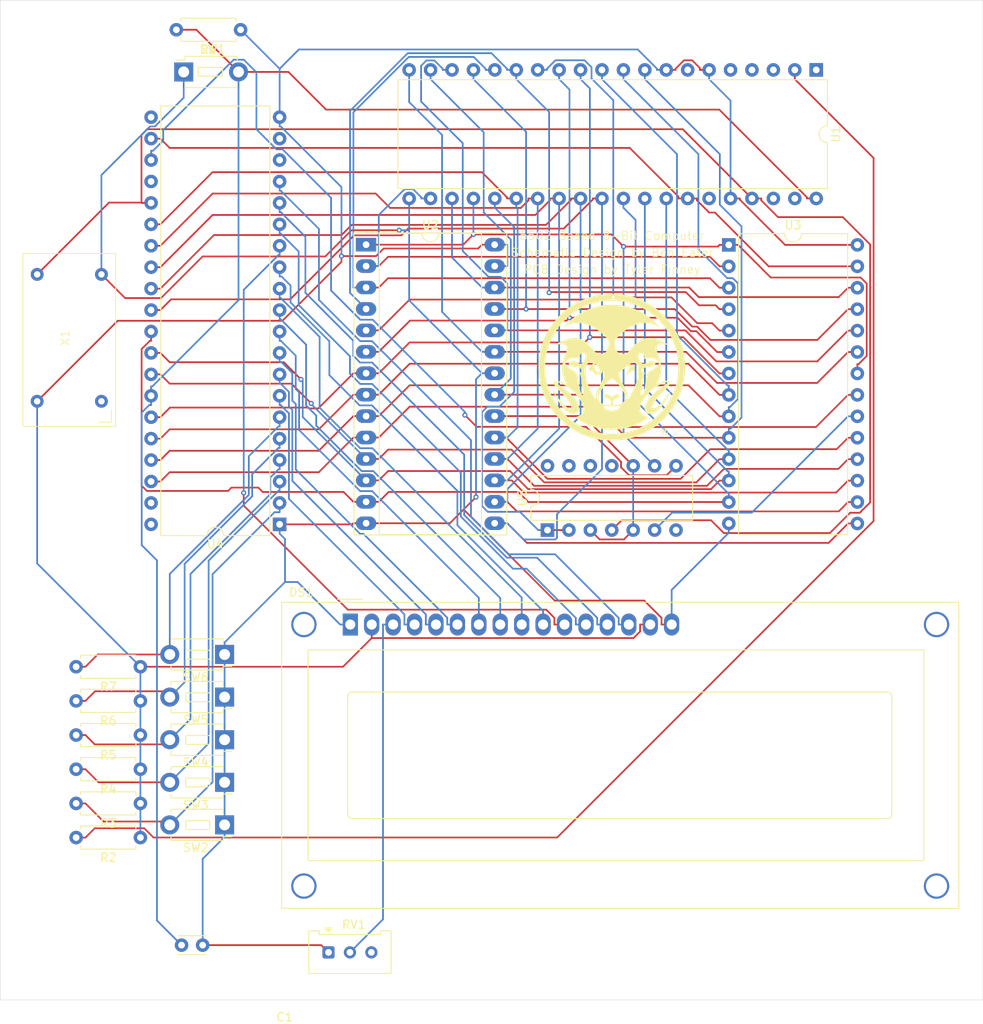
<source format=kicad_pcb>
(kicad_pcb (version 20240108) (generator "pcbnew") (generator_version "8.0")
  (layers (0 "F.Cu" signal) (31 "B.Cu" signal) (34 "B.Paste" user) (35 "F.Paste" user) (36 "B.SilkS" user "B.Silkscreen") (37 "F.SilkS" user "F.Silkscreen") (38 "B.Mask" user) (39 "F.Mask" user) (44 "Edge.Cuts" user))
  (net 0 "")
  (net 2 "GND")
  (net 3 "Net-(U1-ϕ0)")
  (net 4 "/a1")
  (net 5 "/a12")
  (net 6 "/a8")
  (net 8 "/a9")
  (net 9 "+5V")
  (net 10 "/d6")
  (net 11 "/a5")
  (net 13 "/a11")
  (net 15 "/d3")
  (net 17 "/d7")
  (net 18 "/a7")
  (net 19 "Net-(U1-R{slash}~{W})")
  (net 20 "/a13")
  (net 21 "/a15")
  (net 22 "/a14")
  (net 23 "/d1")
  (net 24 "/a2")
  (net 25 "/a10")
  (net 26 "Net-(SW1A-D)")
  (net 28 "/a6")
  (net 29 "/d4")
  (net 31 "/d5")
  (net 32 "/d2")
  (net 33 "Net-(U1-RDY)")
  (net 34 "/a3")
  (net 36 "/d0")
  (net 37 "/a4")
  (net 38 "/a0")
  (net 39 "Net-(U2-~{CS})")
  (net 40 "Net-(U3-~{CS})")
  (net 41 "Net-(DS1-VO)")
  (net 42 "Net-(DS1-E)")
  (net 45 "Net-(DS1-D5)")
  (net 46 "Net-(DS1-R{slash}W)")
  (net 47 "Net-(DS1-RS)")
  (net 48 "Net-(DS1-D1)")
  (net 50 "Net-(U4-~{CS2})")
  (net 51 "Net-(DS1-D3)")
  (net 52 "Net-(DS1-D2)")
  (net 53 "Net-(DS1-D6)")
  (net 54 "Net-(DS1-D7)")
  (net 55 "Net-(DS1-D0)")
  (net 57 "Net-(DS1-D4)")
  (net 60 "Net-(SW2A-D)")
  (net 61 "Net-(SW3A-D)")
  (net 63 "Net-(SW4A-D)")
  (net 64 "Net-(SW5A-D)")
  (net 65 "Net-(SW6A-D)")
  (footprint "Button_Switch_THT:SW_PUSH_1P1T_6x3.5mm_H5.0_APEM_MJTP1250" (layer "F.Cu") (at 153.1 112.6 180)
    (property "Reference" "SW5")
    (property "Value" "~")
  )
  (footprint "Button_Switch_THT:SW_PUSH_1P1T_6x3.5mm_H5.0_APEM_MJTP1250" (layer "F.Cu") (at 153.1 122.7 180)
    (property "Reference" "SW3")
    (property "Value" "~")
  )
  (footprint "Resistor_THT:R_Axial_DIN0207_L6.3mm_D2.5mm_P7.62mm_Horizontal" (layer "F.Cu") (at 143.12 129.25 180)
    (property "Reference" "R2")
    (property "Value" "1k")
  )
  (footprint "Button_Switch_THT:SW_PUSH_1P1T_6x3.5mm_H5.0_APEM_MJTP1250" (layer "F.Cu") (at 153.1 117.65 180)
    (property "Reference" "SW4")
    (property "Value" "~")
  )
  (footprint "MCO-1510A:MCO-1510A" (layer "F.Cu") (at 134.69 70.02 90)
    (property "Reference" "X1")
    (property "Value" "~")
  )
  (footprint "Package_DIP:DIP-28_W15.24mm" (layer "F.Cu") (at 212.875 59)
    (property "Reference" "U3")
    (property "Value" "HM62256BLP")
  )
  (footprint "Resistor_THT:R_Axial_DIN0207_L6.3mm_D2.5mm_P7.62mm_Horizontal" (layer "F.Cu") (at 143.12 113.05 180)
    (property "Reference" "R6")
    (property "Value" "1k")
  )
  (footprint "Button_Switch_THT:SW_PUSH_1P1T_6x3.5mm_H5.0_APEM_MJTP1250" (layer "F.Cu") (at 153.1 127.75 180)
    (property "Reference" "SW2")
    (property "Value" "~")
  )
  (footprint "Potentiometer_THT:Potentiometer_Bourns_3386W_Horizontal" (layer "F.Cu") (at 165.4205 142.8568)
    (property "Reference" "RV1")
    (property "Value" "10k")
  )
  (footprint "Button_Switch_THT:SW_PUSH_1P1T_6x3.5mm_H5.0_APEM_MJTP1250" (layer "F.Cu") (at 148.25 38.5)
    (property "Reference" "SW1")
    (property "Value" "RESET")
  )
  (footprint "Package_DIP:DIP-28_W15.24mm_Socket_LongPads" (layer "F.Cu") (at 169.875 58.975)
    (property "Reference" "U2")
    (property "Value" "28C256")
  )
  (footprint "LOGO" (layer "F.Cu") (at 199 73.5)
    (property "Reference" "G***")
    (property "Value" "LOGO" (hide yes))
  )
  (footprint "Resistor_THT:R_Axial_DIN0207_L6.3mm_D2.5mm_P7.62mm_Horizontal" (layer "F.Cu") (at 143.12 109 180)
    (property "Reference" "R7")
    (property "Value" "1k")
  )
  (footprint "Resistor_THT:R_Axial_DIN0207_L6.3mm_D2.5mm_P7.62mm_Horizontal" (layer "F.Cu") (at 155 33.5 180)
    (property "Reference" "R1")
    (property "Value" "1k")
  )
  (footprint "Package_DIP:DIP-40_W15.24mm" (layer "F.Cu") (at 223.24 38.26 -90)
    (property "Reference" "U1")
    (property "Value" "W65C02SxP")
  )
  (footprint "Resistor_THT:R_Axial_DIN0207_L6.3mm_D2.5mm_P7.62mm_Horizontal" (layer "F.Cu") (at 143.12 117.1 180)
    (property "Reference" "R5")
    (property "Value" "1k")
  )
  (footprint "Display:WC1602A" (layer "F.Cu") (at 168.0005 103.9993)
    (property "Reference" "DS1")
    (property "Value" "WC1602A")
  )
  (footprint "Resistor_THT:R_Axial_DIN0207_L6.3mm_D2.5mm_P7.62mm_Horizontal" (layer "F.Cu") (at 143.12 125.2 180)
    (property "Reference" "R3")
    (property "Value" "1k")
  )
  (footprint "Button_Switch_THT:SW_PUSH_1P1T_6x3.5mm_H5.0_APEM_MJTP1250" (layer "F.Cu") (at 153.1 107.55 180)
    (property "Reference" "SW6")
    (property "Value" "~")
  )
  (footprint "Capacitor_THT:C_Disc_D3.0mm_W2.0mm_P2.50mm" (layer "F.Cu") (at 148 142)
    (property "Reference" "C1")
    (property "Value" "0.1 microF")
  )
  (footprint "Resistor_THT:R_Axial_DIN0207_L6.3mm_D2.5mm_P7.62mm_Horizontal" (layer "F.Cu") (at 143.12 121.15 180)
    (property "Reference" "R4")
    (property "Value" "1k")
  )
  (footprint "Package_DIP:DIP-40_W15.24mm" (layer "F.Cu") (at 159.625 92.125 180)
    (property "Reference" "U4")
    (property "Value" "W65C22NxP")
  )
  (footprint "Package_DIP:CERDIP-14_W7.62mm_SideBrazed" (layer "F.Cu") (at 191.38 92.805 90)
    (property "Reference" "U5")
    (property "Value" "74HC00")
  )
  (gr_rect (start 126.5 30) (end 243 148.5) (stroke (width 0.05)) (fill none) (layer "Edge.Cuts"))
  (gr_text "PCB Design by Tyler Finney" (at 188.5 62.5 0) (layer "F.SilkS") (effects (font (size 1 1) (thickness 0.1)) (justify left bottom)))
  (gr_text "6502 Based 8-Bit Computer" (at 188 58.5 0) (layer "F.SilkS") (effects (font (size 1 1) (thickness 0.1)) (justify left bottom)))
  (gr_text "Schematic Design by Ben Eater" (at 187 60.5 0) (layer "F.SilkS") (effects (font (size 1 1) (thickness 0.1)) (justify left bottom)))
  (segment (start 150.4893 60.375) (end 165.0365 60.375) (width 0.2) (layer "F.Cu") (net 2))
  (segment (start 165.0365 60.375) (end 168.1437 57.2678) (width 0.2) (layer "F.Cu") (net 2))
  (segment (start 168.2433 92.125) (end 168.3733 91.995) (width 0.2) (layer "F.Cu") (net 2))
  (segment (start 206.1005 103.9993) (end 204.8988 103.9993) (width 0.2) (layer "F.Cu") (net 2))
  (segment (start 164.5637 142) (end 165.4205 142.8568) (width 0.2) (layer "F.Cu") (net 2))
  (segment (start 168.1437 57.2678) (end 173.8014 57.2678) (width 0.2) (layer "F.Cu") (net 2))
  (segment (start 181.4346 90.3614) (end 182.9089 88.8871) (width 0.2) (layer "F.Cu") (net 2))
  (segment (start 171.3767 91.995) (end 179.801 91.995) (width 0.2) (layer "F.Cu") (net 2))
  (segment (start 169.875 91.995) (end 171.3767 91.995) (width 0.2) (layer "F.Cu") (net 2))
  (segment (start 192.2318 101.1586) (end 202.8438 101.1586) (width 0.2) (layer "F.Cu") (net 2))
  (segment (start 169.875 91.995) (end 168.3733 91.995) (width 0.2) (layer "F.Cu") (net 2))
  (segment (start 181.4346 90.3614) (end 192.2318 101.1586) (width 0.2) (layer "F.Cu") (net 2))
  (segment (start 179.801 91.995) (end 181.4346 90.3614) (width 0.2) (layer "F.Cu") (net 2))
  (segment (start 204.8988 103.2136) (end 204.8988 103.9993) (width 0.2) (layer "F.Cu") (net 2))
  (segment (start 138.5 62.5) (end 141.305 65.305) (width 0.2) (layer "F.Cu") (net 2))
  (segment (start 150.5 142) (end 164.5637 142) (width 0.2) (layer "F.Cu") (net 2))
  (segment (start 202.8438 101.1586) (end 204.8988 103.2136) (width 0.2) (layer "F.Cu") (net 2))
  (segment (start 145.5593 65.305) (end 150.4893 60.375) (width 0.2) (layer "F.Cu") (net 2))
  (segment (start 159.625 92.125) (end 168.2433 92.125) (width 0.2) (layer "F.Cu") (net 2))
  (segment (start 141.305 65.305) (end 145.5593 65.305) (width 0.2) (layer "F.Cu") (net 2))
  (via (at 182.9089 88.8871) (size 0.6) (drill 0.3) (layers "F.Cu" "B.Cu") (net 2))
  (via (at 173.8014 57.2678) (size 0.6) (drill 0.3) (layers "F.Cu" "B.Cu") (net 2))
  (segment (start 138.5 62.5) (end 138.5 50.725) (width 0.2) (layer "B.Cu") (net 2))
  (segment (start 212.875 92.02) (end 212.875 93.1217) (width 0.2) (layer "B.Cu") (net 2))
  (segment (start 185.115 74.215) (end 183.6133 74.215) (width 0.2) (layer "B.Cu") (net 2))
  (segment (start 174.98 57.2678) (end 174.98 65.5817) (width 0.2) (layer "B.Cu") (net 2))
  (segment (start 144.2583 44.9667) (end 144.8414 44.9667) (width 0.2) (layer "B.Cu") (net 2))
  (segment (start 153.1 129.1767) (end 150.5 131.7767) (width 0.2) (layer "B.Cu") (net 2))
  (segment (start 160.2632 98.9601) (end 153.1 106.1233) (width 0.2) (layer "B.Cu") (net 2))
  (segment (start 174.98 65.5817) (end 183.6133 74.215) (width 0.2) (layer "B.Cu") (net 2))
  (segment (start 153.1 117.65) (end 153.1 121.2733) (width 0.2) (layer "B.Cu") (net 2))
  (segment (start 144.8414 44.9667) (end 148.25 41.5581) (width 0.2) (layer "B.Cu") (net 2))
  (segment (start 174.98 57.2678) (end 174.98 53.5) (width 0.2) (layer "B.Cu") (net 2))
  (segment (start 160.2632 93.8649) (end 160.2632 98.9601) (width 0.2) (layer "B.Cu") (net 2))
  (segment (start 183.6133 74.215) (end 182.9089 74.9194) (width 0.2) (layer "B.Cu") (net 2))
  (segment (start 168.0005 103.9993) (end 166.7988 103.9993) (width 0.2) (layer "B.Cu") (net 2))
  (segment (start 153.1 107.55) (end 153.1 112.6) (width 0.2) (layer "B.Cu") (net 2))
  (segment (start 173.8014 57.2678) (end 174.98 57.2678) (width 0.2) (layer "B.Cu") (net 2))
  (segment (start 206.1005 103.9993) (end 206.1005 99.8962) (width 0.2) (layer "B.Cu") (net 2))
  (segment (start 161.7596 98.9601) (end 166.7988 103.9993) (width 0.2) (layer "B.Cu") (net 2))
  (segment (start 159.625 92.125) (end 159.625 93.2267) (width 0.2) (layer "B.Cu") (net 2))
  (segment (start 153.1 122.7) (end 153.1 121.2733) (width 0.2) (layer "B.Cu") (net 2))
  (segment (start 150.5 131.7767) (end 150.5 142) (width 0.2) (layer "B.Cu") (net 2))
  (segment (start 159.625 93.2267) (end 160.2632 93.8649) (width 0.2) (layer "B.Cu") (net 2))
  (segment (start 206.1005 99.8962) (end 212.875 93.1217) (width 0.2) (layer "B.Cu") (net 2))
  (segment (start 153.1 107.55) (end 153.1 106.1233) (width 0.2) (layer "B.Cu") (net 2))
  (segment (start 148.25 41.5581) (end 148.25 38.5) (width 0.2) (layer "B.Cu") (net 2))
  (segment (start 160.2632 98.9601) (end 161.7596 98.9601) (width 0.2) (layer "B.Cu") (net 2))
  (segment (start 138.5 50.725) (end 144.2583 44.9667) (width 0.2) (layer "B.Cu") (net 2))
  (segment (start 182.9089 74.9194) (end 182.9089 88.8871) (width 0.2) (layer "B.Cu") (net 2))
  (segment (start 153.1 112.6) (end 153.1 117.65) (width 0.2) (layer "B.Cu") (net 2))
  (segment (start 153.1 127.75) (end 153.1 129.1767) (width 0.2) (layer "B.Cu") (net 2))
  (segment (start 153.1 127.75) (end 153.1 122.7) (width 0.2) (layer "B.Cu") (net 2))
  (segment (start 215.62 53.5) (end 216.7217 53.5) (width 0.2) (layer "F.Cu") (net 3))
  (segment (start 226.3912 55.7108) (end 218.7042 55.7108) (width 0.2) (layer "F.Cu") (net 3))
  (segment (start 229.6289 58.9485) (end 226.3912 55.7108) (width 0.2) (layer "F.Cu") (net 3))
  (segment (start 218.7042 55.7108) (end 216.7217 53.7283) (width 0.2) (layer "F.Cu") (net 3))
  (segment (start 227.2562 90.75) (end 228.4041 90.75) (width 0.2) (layer "F.Cu") (net 3))
  (segment (start 228.4041 90.75) (end 229.6289 89.5252) (width 0.2) (layer "F.Cu") (net 3))
  (segment (start 212.2821 93.1572) (end 224.849 93.1572) (width 0.2) (layer "F.Cu") (net 3))
  (segment (start 224.849 93.1572) (end 227.2562 90.75) (width 0.2) (layer "F.Cu") (net 3))
  (segment (start 143.2447 53.9849) (end 139.3951 53.9849) (width 0.2) (layer "F.Cu") (net 3))
  (segment (start 143.9167 45.2901) (end 207.4101 45.2901) (width 0.2) (layer "F.Cu") (net 3))
  (segment (start 143.2447 53.9849) (end 143.2447 45.9621) (width 0.2) (layer "F.Cu") (net 3))
  (segment (start 143.2848 54.025) (end 143.2447 53.9849) (width 0.2) (layer "F.Cu") (net 3))
  (segment (start 143.3842 54.025) (end 143.2848 54.025) (width 0.2) (layer "F.Cu") (net 3))
  (segment (start 143.2447 45.9621) (end 143.9167 45.2901) (width 0.2) (layer "F.Cu") (net 3))
  (segment (start 207.4101 45.2901) (end 215.62 53.5) (width 0.2) (layer "F.Cu") (net 3))
  (segment (start 144.385 54.025) (end 143.3842 54.025) (width 0.2) (layer "F.Cu") (net 3))
  (segment (start 199 92.805) (end 200.1652 91.6398) (width 0.2) (layer "F.Cu") (net 3))
  (segment (start 210.7647 91.6398) (end 212.2821 93.1572) (width 0.2) (layer "F.Cu") (net 3))
  (segment (start 229.6289 89.5252) (end 229.6289 58.9485) (width 0.2) (layer "F.Cu") (net 3))
  (segment (start 139.3951 53.9849) (end 130.88 62.5) (width 0.2) (layer "F.Cu") (net 3))
  (segment (start 216.7217 53.7283) (end 216.7217 53.5) (width 0.2) (layer "F.Cu") (net 3))
  (segment (start 200.1652 91.6398) (end 210.7647 91.6398) (width 0.2) (layer "F.Cu") (net 3))
  (segment (start 169.875 79.295) (end 171.3767 79.295) (width 0.2) (layer "F.Cu") (net 4))
  (segment (start 211.7733 79.32) (end 208.0974 75.6441) (width 0.2) (layer "F.Cu") (net 4))
  (segment (start 145.4867 84.505) (end 146.5884 83.4033) (width 0.2) (layer "F.Cu") (net 4))
  (segment (start 169.875 79.295) (end 168.3733 79.295) (width 0.2) (layer "F.Cu") (net 4))
  (segment (start 212.875 79.32) (end 211.7733 79.32) (width 0.2) (layer "F.Cu") (net 4))
  (segment (start 146.5884 83.4033) (end 164.265 83.4033) (width 0.2) (layer "F.Cu") (net 4))
  (segment (start 164.265 83.4033) (end 168.3733 79.295) (width 0.2) (layer "F.Cu") (net 4))
  (segment (start 175.0276 75.6441) (end 171.3767 79.295) (width 0.2) (layer "F.Cu") (net 4))
  (segment (start 144.385 84.505) (end 145.4867 84.505) (width 0.2) (layer "F.Cu") (net 4))
  (segment (start 208.0974 75.6441) (end 175.0276 75.6441) (width 0.2) (layer "F.Cu") (net 4))
  (segment (start 209.27 59.5266) (end 209.27 48.2517) (width 0.2) (layer "B.Cu") (net 4))
  (segment (start 209.27 48.2517) (end 200.38 39.3617) (width 0.2) (layer "B.Cu") (net 4))
  (segment (start 212.875 79.32) (end 212.875 78.2183) (width 0.2) (layer "B.Cu") (net 4))
  (segment (start 200.38 38.26) (end 200.38 39.3617) (width 0.2) (layer "B.Cu") (net 4))
  (segment (start 212.875 78.2183) (end 213.0128 78.2183) (width 0.2) (layer "B.Cu") (net 4))
  (segment (start 213.9767 77.2544) (end 213.9767 63.572) (width 0.2) (layer "B.Cu") (net 4))
  (segment (start 213.0128 78.2183) (end 213.9767 77.2544) (width 0.2) (layer "B.Cu") (net 4))
  (segment (start 213.3557 62.951) (end 212.6944 62.951) (width 0.2) (layer "B.Cu") (net 4))
  (segment (start 213.9767 63.572) (end 213.3557 62.951) (width 0.2) (layer "B.Cu") (net 4))
  (segment (start 212.6944 62.951) (end 209.27 59.5266) (width 0.2) (layer "B.Cu") (net 4))
  (segment (start 212.875 61.54) (end 211.7733 61.54) (width 0.2) (layer "F.Cu") (net 5))
  (segment (start 171.3767 61.515) (end 172.4784 60.4133) (width 0.2) (layer "F.Cu") (net 5))
  (segment (start 172.4784 60.4133) (end 210.6466 60.4133) (width 0.2) (layer "F.Cu") (net 5))
  (segment (start 169.875 61.515) (end 171.3767 61.515) (width 0.2) (layer "F.Cu") (net 5))
  (segment (start 210.6466 60.4133) (end 211.7733 61.54) (width 0.2) (layer "F.Cu") (net 5))
  (segment (start 177.52 53.5) (end 176.4183 53.5) (width 0.2) (layer "B.Cu") (net 5))
  (segment (start 171.3767 55.4575) (end 174.441 52.3932) (width 0.2) (layer "B.Cu") (net 5))
  (segment (start 169.875 61.515) (end 171.3767 61.515) (width 0.2) (layer "B.Cu") (net 5))
  (segment (start 176.4183 53.3623) (end 176.4183 53.5) (width 0.2) (layer "B.Cu") (net 5))
  (segment (start 171.3767 61.515) (end 171.3767 55.4575) (width 0.2) (layer "B.Cu") (net 5))
  (segment (start 175.4492 52.3932) (end 176.4183 53.3623) (width 0.2) (layer "B.Cu") (net 5))
  (segment (start 174.441 52.3932) (end 175.4492 52.3932) (width 0.2) (layer "B.Cu") (net 5))
  (segment (start 185.115 66.595) (end 186.6167 66.595) (width 0.2) (layer "F.Cu") (net 6))
  (segment (start 228.115 66.62) (end 227.0133 66.62) (width 0.2) (layer "F.Cu") (net 6))
  (segment (start 209.1103 68.6869) (end 208.5423 68.6869) (width 0.2) (layer "F.Cu") (net 6))
  (segment (start 206.4651 66.6097) (end 188.8418 66.6097) (width 0.2) (layer "F.Cu") (net 6))
  (segment (start 208.5423 68.6869) (end 206.4651 66.6097) (width 0.2) (layer "F.Cu") (net 6))
  (segment (start 186.6314 66.6097) (end 188.8418 66.6097) (width 0.2) (layer "F.Cu") (net 6))
  (segment (start 210.6869 70.2635) (end 209.1103 68.6869) (width 0.2) (layer "F.Cu") (net 6))
  (segment (start 223.3698 70.2635) (end 210.6869 70.2635) (width 0.2) (layer "F.Cu") (net 6))
  (segment (start 227.0133 66.62) (end 223.3698 70.2635) (width 0.2) (layer "F.Cu") (net 6))
  (segment (start 186.6167 66.595) (end 186.6314 66.6097) (width 0.2) (layer "F.Cu") (net 6))
  (via (at 188.8418 66.6097) (size 0.6) (drill 0.3) (layers "F.Cu" "B.Cu") (net 6))
  (segment (start 182.6 38.26) (end 182.6 39.3617) (width 0.2) (layer "B.Cu") (net 6))
  (segment (start 182.6 39.3617) (end 188.8418 45.6035) (width 0.2) (layer "B.Cu") (net 6))
  (segment (start 188.8418 45.6035) (end 188.8418 66.6097) (width 0.2) (layer "B.Cu") (net 6))
  (segment (start 185.115 69.135) (end 186.6167 69.135) (width 0.2) (layer "F.Cu") (net 8))
  (segment (start 207.7205 69.135) (end 211.3964 72.8109) (width 0.2) (layer "F.Cu") (net 8))
  (segment (start 211.3964 72.8109) (end 223.3624 72.8109) (width 0.2) (layer "F.Cu") (net 8))
  (segment (start 223.3624 72.8109) (end 227.0133 69.16) (width 0.2) (layer "F.Cu") (net 8))
  (segment (start 186.6167 69.135) (end 207.7205 69.135) (width 0.2) (layer "F.Cu") (net 8))
  (segment (start 228.115 69.16) (end 227.0133 69.16) (width 0.2) (layer "F.Cu") (net 8))
  (segment (start 177.9776 37.1416) (end 177.0252 37.1416) (width 0.2) (layer "B.Cu") (net 8))
  (segment (start 185.8229 62.785) (end 186.6167 63.5788) (width 0.2) (layer "B.Cu") (net 8))
  (segment (start 181.33 59.7287) (end 184.3863 62.785) (width 0.2) (layer "B.Cu") (net 8))
  (segment (start 178.9583 38.1223) (end 177.9776 37.1416) (width 0.2) (layer "B.Cu") (net 8))
  (segment (start 177.0252 37.1416) (end 176.3982 37.7686) (width 0.2) (layer "B.Cu") (net 8))
  (segment (start 181.33 46.9462) (end 181.33 59.7287) (width 0.2) (layer "B.Cu") (net 8))
  (segment (start 186.6167 63.5788) (end 186.6167 69.135) (width 0.2) (layer "B.Cu") (net 8))
  (segment (start 184.3863 62.785) (end 185.8229 62.785) (width 0.2) (layer "B.Cu") (net 8))
  (segment (start 176.3982 37.7686) (end 176.3982 42.0144) (width 0.2) (layer "B.Cu") (net 8))
  (segment (start 176.3982 42.0144) (end 181.33 46.9462) (width 0.2) (layer "B.Cu") (net 8))
  (segment (start 185.115 69.135) (end 186.6167 69.135) (width 0.2) (layer "B.Cu") (net 8))
  (segment (start 180.06 38.26) (end 178.9583 38.26) (width 0.2) (layer "B.Cu") (net 8))
  (segment (start 178.9583 38.26) (end 178.9583 38.1223) (width 0.2) (layer "B.Cu") (net 8))
  (segment (start 171.9568 59.4315) (end 171.0596 60.3287) (width 0.2) (layer "F.Cu") (net 9))
  (segment (start 201.5833 105.601) (end 170.5405 105.601) (width 0.2) (layer "F.Cu") (net 9))
  (segment (start 210.54 38.26) (end 209.4383 38.26) (width 0.2) (layer "F.Cu") (net 9))
  (segment (start 143.12 109) (end 167.1415 109) (width 0.2) (layer "F.Cu") (net 9))
  (segment (start 208.5314 37.1248) (end 209.4383 38.0317) (width 0.2) (layer "F.Cu") (net 9))
  (segment (start 140.425 67.995) (end 130.88 77.54) (width 0.2) (layer "F.Cu") (net 9))
  (segment (start 185.115 58.975) (end 183.6133 58.975) (width 0.2) (layer "F.Cu") (net 9))
  (segment (start 159.96 67.995) (end 140.425 67.995) (width 0.2) (layer "F.Cu") (net 9))
  (segment (start 214.1817 53.5) (end 214.1817 53.6377) (width 0.2) (layer "F.Cu") (net 9))
  (segment (start 166.9564 60.3287) (end 166.9564 60.9986) (width 0.2) (layer "F.Cu") (net 9))
  (segment (start 206.5617 38.26) (end 206.5617 38.1223) (width 0.2) (layer "F.Cu") (net 9))
  (segment (start 205.46 38.26) (end 206.5617 38.26) (width 0.2) (layer "F.Cu") (net 9))
  (segment (start 170.5405 103.9993) (end 170.5405 105.601) (width 0.2) (layer "F.Cu") (net 9))
  (segment (start 206.5617 38.1223) (end 207.5592 37.1248) (width 0.2) (layer "F.Cu") (net 9))
  (segment (start 202.3588 104.8255) (end 201.5833 105.601) (width 0.2) (layer "F.Cu") (net 9))
  (segment (start 213.08 53.5) (end 214.1817 53.5) (width 0.2) (layer "F.Cu") (net 9))
  (segment (start 171.0596 60.3287) (end 166.9564 60.3287) (width 0.2) (layer "F.Cu") (net 9))
  (segment (start 183.1568 59.4315) (end 171.9568 59.4315) (width 0.2) (layer "F.Cu") (net 9))
  (segment (start 167.1415 109) (end 170.5405 105.601) (width 0.2) (layer "F.Cu") (net 9))
  (segment (start 214.1817 53.6377) (end 219.544 59) (width 0.2) (layer "F.Cu") (net 9))
  (segment (start 209.4383 38.0317) (end 209.4383 38.26) (width 0.2) (layer "F.Cu") (net 9))
  (segment (start 202.3588 103.9993) (end 202.3588 104.8255) (width 0.2) (layer "F.Cu") (net 9))
  (segment (start 207.5592 37.1248) (end 208.5314 37.1248) (width 0.2) (layer "F.Cu") (net 9))
  (segment (start 219.544 59) (end 228.115 59) (width 0.2) (layer "F.Cu") (net 9))
  (segment (start 203.5605 103.9993) (end 202.3588 103.9993) (width 0.2) (layer "F.Cu") (net 9))
  (segment (start 166.9564 60.9986) (end 159.96 67.995) (width 0.2) (layer "F.Cu") (net 9))
  (segment (start 183.6133 58.975) (end 183.1568 59.4315) (width 0.2) (layer "F.Cu") (net 9))
  (via (at 166.9564 60.3287) (size 0.6) (drill 0.3) (layers "F.Cu" "B.Cu") (net 9))
  (segment (start 143.12 125.2) (end 143.12 129.25) (width 0.2) (layer "B.Cu") (net 9))
  (segment (start 143.12 109) (end 143.12 113.05) (width 0.2) (layer "B.Cu") (net 9))
  (segment (start 159.625 44.9667) (end 159.7627 44.9667) (width 0.2) (layer "B.Cu") (net 9))
  (segment (start 213.08 41.9017) (end 213.08 53.5) (width 0.2) (layer "B.Cu") (net 9))
  (segment (start 159.625 43.865) (end 159.625 44.9667) (width 0.2) (layer "B.Cu") (net 9))
  (segment (start 204.3583 38.1223) (end 202.0761 35.8401) (width 0.2) (layer "B.Cu") (net 9))
  (segment (start 186.6167 58.975) (end 186.6167 61.515) (width 0.2) (layer "B.Cu") (net 9))
  (segment (start 185.115 61.515) (end 186.6167 61.515) (width 0.2) (layer "B.Cu") (net 9))
  (segment (start 210.54 38.26) (end 210.54 39.3617) (width 0.2) (layer "B.Cu") (net 9))
  (segment (start 143.12 121.15) (end 143.12 125.2) (width 0.2) (layer "B.Cu") (net 9))
  (segment (start 159.625 38.125) (end 159.625 43.865) (width 0.2) (layer "B.Cu") (net 9))
  (segment (start 161.9099 35.8401) (end 159.625 38.125) (width 0.2) (layer "B.Cu") (net 9))
  (segment (start 159.7627 44.9667) (end 166.9564 52.1604) (width 0.2) (layer "B.Cu") (net 9))
  (segment (start 159.625 38.125) (end 155 33.5) (width 0.2) (layer "B.Cu") (net 9))
  (segment (start 143.12 113.05) (end 143.12 117.1) (width 0.2) (layer "B.Cu") (net 9))
  (segment (start 205.46 38.26) (end 204.3583 38.26) (width 0.2) (layer "B.Cu") (net 9))
  (segment (start 204.3583 38.26) (end 204.3583 38.1223) (width 0.2) (layer "B.Cu") (net 9))
  (segment (start 130.88 77.54) (end 130.88 96.76) (width 0.2) (layer "B.Cu") (net 9))
  (segment (start 143.12 121.15) (end 143.12 117.1) (width 0.2) (layer "B.Cu") (net 9))
  (segment (start 166.9564 52.1604) (end 166.9564 60.3287) (width 0.2) (layer "B.Cu") (net 9))
  (segment (start 130.88 96.76) (end 143.12 109) (width 0.2) (layer "B.Cu") (net 9))
  (segment (start 202.0761 35.8401) (end 161.9099 35.8401) (width 0.2) (layer "B.Cu") (net 9))
  (segment (start 210.54 39.3617) (end 213.08 41.9017) (width 0.2) (layer "B.Cu") (net 9))
  (segment (start 185.115 58.975) (end 186.6167 58.975) (width 0.2) (layer "B.Cu") (net 9))
  (segment (start 186.6167 84.375) (end 189.7928 87.5511) (width 0.2) (layer "F.Cu") (net 10))
  (segment (start 145.4867 59.105) (end 151.6751 52.9166) (width 0.2) (layer "F.Cu") (net 10))
  (segment (start 185.115 84.375) (end 186.6167 84.375) (width 0.2) (layer "F.Cu") (net 10))
  (segment (start 171.0129 52.9166) (end 172.714 54.6177) (width 0.2) (layer "F.Cu") (net 10))
  (segment (start 172.714 54.6177) (end 188.2289 54.6177) (width 0.2) (layer "F.Cu") (net 10))
  (segment (start 210.2919 87.5511) (end 212.2923 85.5507) (width 0.2) (layer "F.Cu") (net 10))
  (segment (start 212.2923 85.5507) (end 225.8626 85.5507) (width 0.2) (layer "F.Cu") (net 10))
  (segment (start 228.115 84.4) (end 227.0133 84.4) (width 0.2) (layer "F.Cu") (net 10))
  (segment (start 189.1183 53.7283) (end 189.1183 53.5) (width 0.2) (layer "F.Cu") (net 10))
  (segment (start 189.7928 87.5511) (end 210.2919 87.5511) (width 0.2) (layer "F.Cu") (net 10))
  (segment (start 190.22 53.5) (end 189.1183 53.5) (width 0.2) (layer "F.Cu") (net 10))
  (segment (start 188.2289 54.6177) (end 189.1183 53.7283) (width 0.2) (layer "F.Cu") (net 10))
  (segment (start 225.8626 85.5507) (end 227.0133 84.4) (width 0.2) (layer "F.Cu") (net 10))
  (segment (start 144.385 59.105) (end 145.4867 59.105) (width 0.2) (layer "F.Cu") (net 10))
  (segment (start 151.6751 52.9166) (end 171.0129 52.9166) (width 0.2) (layer "F.Cu") (net 10))
  (segment (start 185.115 84.375) (end 186.6167 84.375) (width 0.2) (layer "B.Cu") (net 10))
  (segment (start 190.22 80.7717) (end 186.6167 84.375) (width 0.2) (layer "B.Cu") (net 10))
  (segment (start 190.22 53.5) (end 190.22 54.6017) (width 0.2) (layer "B.Cu") (net 10))
  (segment (start 190.22 54.6017) (end 190.22 80.7717) (width 0.2) (layer "B.Cu") (net 10))
  (segment (start 169.875 69.135) (end 171.3767 69.135) (width 0.2) (layer "F.Cu") (net 11))
  (segment (start 211.7733 69.16) (end 210.8985 68.2852) (width 0.2) (layer "F.Cu") (net 11))
  (segment (start 175.0295 65.4822) (end 198.9248 65.4822) (width 0.2) (layer "F.Cu") (net 11))
  (segment (start 209.1361 68.2852) (end 206.0758 65.2249) (width 0.2) (layer "F.Cu") (net 11))
  (segment (start 210.8985 68.2852) (end 209.1361 68.2852) (width 0.2) (layer "F.Cu") (net 11))
  (segment (start 198.9248 65.4822) (end 199.1821 65.2249) (width 0.2) (layer "F.Cu") (net 11))
  (segment (start 212.875 69.16) (end 211.7733 69.16) (width 0.2) (layer "F.Cu") (net 11))
  (segment (start 171.3767 69.135) (end 175.0295 65.4822) (width 0.2) (layer "F.Cu") (net 11))
  (segment (start 206.0758 65.2249) (end 199.1821 65.2249) (width 0.2) (layer "F.Cu") (net 11))
  (via (at 199.1821 65.2249) (size 0.6) (drill 0.3) (layers "F.Cu" "B.Cu") (net 11))
  (segment (start 191.3217 38.1223) (end 192.3234 37.1206) (width 0.2) (layer "B.Cu") (net 11))
  (segment (start 196.6017 39.2764) (end 199.1821 41.8568) (width 0.2) (layer "B.Cu") (net 11))
  (segment (start 191.3217 38.26) (end 191.3217 38.1223) (width 0.2) (layer "B.Cu") (net 11))
  (segment (start 190.22 38.26) (end 191.3217 38.26) (width 0.2) (layer "B.Cu") (net 11))
  (segment (start 195.7704 37.1206) (end 196.6017 37.9519) (width 0.2) (layer "B.Cu") (net 11))
  (segment (start 199.1821 41.8568) (end 199.1821 65.2249) (width 0.2) (layer "B.Cu") (net 11))
  (segment (start 196.6017 37.9519) (end 196.6017 39.2764) (width 0.2) (layer "B.Cu") (net 11))
  (segment (start 192.3234 37.1206) (end 195.7704 37.1206) (width 0.2) (layer "B.Cu") (net 11))
  (segment (start 207.794 71.675) (end 211.4821 75.3631) (width 0.2) (layer "F.Cu") (net 13))
  (segment (start 185.115 71.675) (end 207.794 71.675) (width 0.2) (layer "F.Cu") (net 13))
  (segment (start 228.115 71.7) (end 227.0133 71.7) (width 0.2) (layer "F.Cu") (net 13))
  (segment (start 223.3502 75.3631) (end 227.0133 71.7) (width 0.2) (layer "F.Cu") (net 13))
  (segment (start 211.4821 75.3631) (end 223.3502 75.3631) (width 0.2) (layer "F.Cu") (net 13))
  (segment (start 178.882 66.9437) (end 183.6133 71.675) (width 0.2) (layer "B.Cu") (net 13))
  (segment (start 174.98 39.3617) (end 174.98 42.0713) (width 0.2) (layer "B.Cu") (net 13))
  (segment (start 174.98 42.0713) (end 178.882 45.9733) (width 0.2) (layer "B.Cu") (net 13))
  (segment (start 178.882 45.9733) (end 178.882 66.9437) (width 0.2) (layer "B.Cu") (net 13))
  (segment (start 185.115 71.675) (end 183.6133 71.675) (width 0.2) (layer "B.Cu") (net 13))
  (segment (start 174.98 38.26) (end 174.98 39.3617) (width 0.2) (layer "B.Cu") (net 13))
  (segment (start 196.7383 53.5) (end 196.7383 53.6377) (width 0.2) (layer "F.Cu") (net 15))
  (segment (start 193.3062 57.0698) (end 174.8522 57.0698) (width 0.2) (layer "F.Cu") (net 15))
  (segment (start 144.385 66.725) (end 145.4867 66.725) (width 0.2) (layer "F.Cu") (net 15))
  (segment (start 174.8522 57.0698) (end 174.0525 57.8695) (width 0.2) (layer "F.Cu") (net 15))
  (segment (start 196.7383 53.6377) (end 193.3062 57.0698) (width 0.2) (layer "F.Cu") (net 15))
  (segment (start 168.4567 57.8695) (end 160.8712 65.455) (width 0.2) (layer "F.Cu") (net 15))
  (segment (start 224.7103 94.323) (end 227.0133 92.02) (width 0.2) (layer "F.Cu") (net 15))
  (segment (start 188.9447 94.323) (end 224.7103 94.323) (width 0.2) (layer "F.Cu") (net 15))
  (segment (start 197.84 53.5) (end 196.7383 53.5) (width 0.2) (layer "F.Cu") (net 15))
  (segment (start 160.8712 65.455) (end 146.7567 65.455) (width 0.2) (layer "F.Cu") (net 15))
  (segment (start 174.0525 57.8695) (end 168.4567 57.8695) (width 0.2) (layer "F.Cu") (net 15))
  (segment (start 146.7567 65.455) (end 145.4867 66.725) (width 0.2) (layer "F.Cu") (net 15))
  (segment (start 228.115 92.02) (end 227.0133 92.02) (width 0.2) (layer "F.Cu") (net 15))
  (segment (start 185.115 91.995) (end 186.6167 91.995) (width 0.2) (layer "F.Cu") (net 15))
  (segment (start 186.6167 91.995) (end 188.9447 94.323) (width 0.2) (layer "F.Cu") (net 15))
  (segment (start 192.5085 93.7187) (end 192.3118 93.9154) (width 0.2) (layer "B.Cu") (net 15))
  (segment (start 188.5371 93.9154) (end 186.6167 91.995) (width 0.2) (layer "B.Cu") (net 15))
  (segment (start 192.3118 93.9154) (end 188.5371 93.9154) (width 0.2) (layer "B.Cu") (net 15))
  (segment (start 197.84 53.5) (end 197.84 85.5933) (width 0.2) (layer "B.Cu") (net 15))
  (segment (start 192.5085 90.9248) (end 192.5085 93.7187) (width 0.2) (layer "B.Cu") (net 15))
  (segment (start 197.84 85.5933) (end 192.5085 90.9248) (width 0.2) (layer "B.Cu") (net 15))
  (segment (start 185.115 91.995) (end 186.6167 91.995) (width 0.2) (layer "B.Cu") (net 15))
  (segment (start 183.5966 50.3806) (end 151.6711 50.3806) (width 0.2) (layer "F.Cu") (net 17))
  (segment (start 186.5783 53.3623) (end 183.5966 50.3806) (width 0.2) (layer "F.Cu") (net 17))
  (segment (start 210.6777 83.215) (end 225.6583 83.215) (width 0.2) (layer "F.Cu") (net 17))
  (segment (start 185.115 81.835) (end 186.6167 81.835) (width 0.2) (layer "F.Cu") (net 17))
  (segment (start 228.115 81.86) (end 227.0133 81.86) (width 0.2) (layer "F.Cu") (net 17))
  (segment (start 151.6711 50.3806) (end 145.4867 56.565) (width 0.2) (layer "F.Cu") (net 17))
  (segment (start 225.6583 83.215) (end 227.0133 81.86) (width 0.2) (layer "F.Cu") (net 17))
  (segment (start 186.6167 81.9797) (end 191.3648 86.7278) (width 0.2) (layer "F.Cu") (net 17))
  (segment (start 186.5783 53.5) (end 186.5783 53.3623) (width 0.2) (layer "F.Cu") (net 17))
  (segment (start 187.68 53.5) (end 186.5783 53.5) (width 0.2) (layer "F.Cu") (net 17))
  (segment (start 207.1649 86.7278) (end 210.6777 83.215) (width 0.2) (layer "F.Cu") (net 17))
  (segment (start 144.385 56.565) (end 145.4867 56.565) (width 0.2) (layer "F.Cu") (net 17))
  (segment (start 191.3648 86.7278) (end 207.1649 86.7278) (width 0.2) (layer "F.Cu") (net 17))
  (segment (start 186.6167 81.835) (end 186.6167 81.9797) (width 0.2) (layer "F.Cu") (net 17))
  (segment (start 186.6167 81.835) (end 187.8342 80.6175) (width 0.2) (layer "B.Cu") (net 17))
  (segment (start 187.8342 54.7559) (end 187.68 54.6017) (width 0.2) (layer "B.Cu") (net 17))
  (segment (start 185.115 81.835) (end 186.6167 81.835) (width 0.2) (layer "B.Cu") (net 17))
  (segment (start 187.68 53.5) (end 187.68 54.6017) (width 0.2) (layer "B.Cu") (net 17))
  (segment (start 187.8342 80.6175) (end 187.8342 54.7559) (width 0.2) (layer "B.Cu") (net 17))
  (segment (start 169.875 64.055) (end 171.3767 64.055) (width 0.2) (layer "F.Cu") (net 18))
  (segment (start 172.4785 62.9532) (end 210.6465 62.9532) (width 0.2) (layer "F.Cu") (net 18))
  (segment (start 212.875 64.08) (end 211.7733 64.08) (width 0.2) (layer "F.Cu") (net 18))
  (segment (start 210.6465 62.9532) (end 211.7733 64.08) (width 0.2) (layer "F.Cu") (net 18))
  (segment (start 171.3767 64.055) (end 172.4785 62.9532) (width 0.2) (layer "F.Cu") (net 18))
  (segment (start 168.3733 43.285) (end 168.3733 64.055) (width 0.2) (layer "B.Cu") (net 18))
  (segment (start 182.6365 36.7233) (end 174.935 36.7233) (width 0.2) (layer "B.Cu") (net 18))
  (segment (start 184.0383 38.26) (end 184.0383 38.1251) (width 0.2) (layer "B.Cu") (net 18))
  (segment (start 169.875 64.055) (end 168.3733 64.055) (width 0.2) (layer "B.Cu") (net 18))
  (segment (start 184.0383 38.1251) (end 182.6365 36.7233) (width 0.2) (layer "B.Cu") (net 18))
  (segment (start 174.935 36.7233) (end 168.3733 43.285) (width 0.2) (layer "B.Cu") (net 18))
  (segment (start 185.14 38.26) (end 184.0383 38.26) (width 0.2) (layer "B.Cu") (net 18))
  (segment (start 228.115 61.54) (end 217.6027 61.54) (width 0.2) (layer "F.Cu") (net 19))
  (segment (start 145.4867 46.405) (end 146.5884 47.5067) (width 0.2) (layer "F.Cu") (net 19))
  (segment (start 211.2271 55.1644) (end 210.5378 55.1644) (width 0.2) (layer "F.Cu") (net 19))
  (segment (start 209.1017 53.7283) (end 209.1017 53.5) (width 0.2) (layer "F.Cu") (net 19))
  (segment (start 201.1295 47.5067) (end 206.8983 53.2755) (width 0.2) (layer "F.Cu") (net 19))
  (segment (start 146.5884 47.5067) (end 201.1295 47.5067) (width 0.2) (layer "F.Cu") (net 19))
  (segment (start 206.8983 53.2755) (end 206.8983 53.5) (width 0.2) (layer "F.Cu") (net 19))
  (segment (start 217.6027 61.54) (end 211.2271 55.1644) (width 0.2) (layer "F.Cu") (net 19))
  (segment (start 210.5378 55.1644) (end 209.1017 53.7283) (width 0.2) (layer "F.Cu") (net 19))
  (segment (start 208 53.5) (end 206.8983 53.5) (width 0.2) (layer "F.Cu") (net 19))
  (segment (start 208 53.5) (end 209.1017 53.5) (width 0.2) (layer "F.Cu") (net 19))
  (segment (start 144.385 46.405) (end 145.4867 46.405) (width 0.2) (layer "F.Cu") (net 19))
  (segment (start 225.9021 65.1912) (end 209.31 65.1912) (width 0.2) (layer "F.Cu") (net 20))
  (segment (start 208.1738 64.055) (end 186.6167 64.055) (width 0.2) (layer "F.Cu") (net 20))
  (segment (start 227.0133 64.08) (end 225.9021 65.1912) (width 0.2) (layer "F.Cu") (net 20))
  (segment (start 209.31 65.1912) (end 208.1738 64.055) (width 0.2) (layer "F.Cu") (net 20))
  (segment (start 228.115 64.08) (end 227.0133 64.08) (width 0.2) (layer "F.Cu") (net 20))
  (segment (start 185.115 64.055) (end 186.6167 64.055) (width 0.2) (layer "F.Cu") (net 20))
  (segment (start 180.06 53.5) (end 180.06 54.6017) (width 0.2) (layer "B.Cu") (net 20))
  (segment (start 183.6133 64.055) (end 180.06 60.5017) (width 0.2) (layer "B.Cu") (net 20))
  (segment (start 185.115 64.055) (end 183.6133 64.055) (width 0.2) (layer "B.Cu") (net 20))
  (segment (start 180.06 60.5017) (end 180.06 54.6017) (width 0.2) (layer "B.Cu") (net 20))
  (segment (start 193.92 92.805) (end 191.38 92.805) (width 0.2) (layer "F.Cu") (net 21))
  (segment (start 190.2783 92.805) (end 188.1119 90.6386) (width 0.2) (layer "B.Cu") (net 21))
  (segment (start 185.14 53.5) (end 185.14 54.6017) (width 0.2) (layer "B.Cu") (net 21))
  (segment (start 188.1119 90.6386) (end 184.2984 90.6386) (width 0.2) (layer "B.Cu") (net 21))
  (segment (start 187.4286 76.436) (end 187.4286 56.8903) (width 0.2) (layer "B.Cu") (net 21))
  (segment (start 183.6133 89.9535) (end 183.6133 78.8202) (width 0.2) (layer "B.Cu") (net 21))
  (segment (start 191.38 92.805) (end 190.2783 92.805) (width 0.2) (layer "B.Cu") (net 21))
  (segment (start 183.6133 78.8202) (end 184.2663 78.1672) (width 0.2) (layer "B.Cu") (net 21))
  (segment (start 185.6974 78.1672) (end 187.4286 76.436) (width 0.2) (layer "B.Cu") (net 21))
  (segment (start 184.2663 78.1672) (end 185.6974 78.1672) (width 0.2) (layer "B.Cu") (net 21))
  (segment (start 184.2984 90.6386) (end 183.6133 89.9535) (width 0.2) (layer "B.Cu") (net 21))
  (segment (start 187.4286 56.8903) (end 185.14 54.6017) (width 0.2) (layer "B.Cu") (net 21))
  (segment (start 198.9568 57.7606) (end 200.3965 59.2003) (width 0.2) (layer "F.Cu") (net 22))
  (segment (start 181.3856 58.975) (end 182.6 57.7606) (width 0.2) (layer "F.Cu") (net 22))
  (segment (start 228.115 73.1383) (end 228.2527 73.1383) (width 0.2) (layer "F.Cu") (net 22))
  (segment (start 229.2232 72.1678) (end 229.2232 63.5852) (width 0.2) (layer "F.Cu") (net 22))
  (segment (start 182.6 57.7606) (end 198.9568 57.7606) (width 0.2) (layer "F.Cu") (net 22))
  (segment (start 228.2527 73.1383) (end 229.2232 72.1678) (width 0.2) (layer "F.Cu") (net 22))
  (segment (start 217.8453 62.8686) (end 213.9767 59) (width 0.2) (layer "F.Cu") (net 22))
  (segment (start 212.875 59) (end 213.9767 59) (width 0.2) (layer "F.Cu") (net 22))
  (segment (start 169.875 58.975) (end 171.3767 58.975) (width 0.2) (layer "F.Cu") (net 22))
  (segment (start 228.5066 62.8686) (end 217.8453 62.8686) (width 0.2) (layer "F.Cu") (net 22))
  (segment (start 171.3767 58.975) (end 181.3856 58.975) (width 0.2) (layer "F.Cu") (net 22))
  (segment (start 229.2232 63.5852) (end 228.5066 62.8686) (width 0.2) (layer "F.Cu") (net 22))
  (segment (start 211.573 59.2003) (end 211.7733 59) (width 0.2) (layer "F.Cu") (net 22))
  (segment (start 228.115 74.24) (end 228.115 73.1383) (width 0.2) (layer "F.Cu") (net 22))
  (segment (start 212.875 59) (end 211.7733 59) (width 0.2) (layer "F.Cu") (net 22))
  (segment (start 200.3965 59.2003) (end 211.573 59.2003) (width 0.2) (layer "F.Cu") (net 22))
  (via (at 200.3965 59.2003) (size 0.6) (drill 0.3) (layers "F.Cu" "B.Cu") (net 22))
  (via (at 182.6 57.7606) (size 0.6) (drill 0.3) (layers "F.Cu" "B.Cu") (net 22))
  (segment (start 204.08 85.185) (end 200.3965 81.5015) (width 0.2) (layer "B.Cu") (net 22))
  (segment (start 182.6 53.5) (end 182.6 57.7606) (width 0.2) (layer "B.Cu") (net 22))
  (segment (start 200.3965 81.5015) (end 200.3965 59.2003) (width 0.2) (layer "B.Cu") (net 22))
  (segment (start 189.0904 87.9528) (end 210.7605 87.9528) (width 0.2) (layer "F.Cu") (net 23))
  (segment (start 144.385 71.805) (end 145.4867 71.805) (width 0.2) (layer "F.Cu") (net 23))
  (segment (start 172.4872 85.8045) (end 186.9421 85.8045) (width 0.2) (layer "F.Cu") (net 23))
  (segment (start 160.118 72.9067) (end 162.1545 74.9432) (width 0.2) (layer "F.Cu") (net 23))
  (segment (start 169.875 86.915) (end 171.3767 86.915) (width 0.2) (layer "F.Cu") (net 23))
  (segment (start 212.875 86.94) (end 211.7733 86.94) (width 0.2) (layer "F.Cu") (net 23))
  (segment (start 146.5884 72.9067) (end 160.118 72.9067) (width 0.2) (layer "F.Cu") (net 23))
  (segment (start 210.7605 87.9528) (end 211.7733 86.94) (width 0.2) (layer "F.Cu") (net 23))
  (segment (start 145.4867 71.805) (end 146.5884 72.9067) (width 0.2) (layer "F.Cu") (net 23))
  (segment (start 186.9421 85.8045) (end 189.0904 87.9528) (width 0.2) (layer "F.Cu") (net 23))
  (segment (start 171.3767 86.915) (end 172.4872 85.8045) (width 0.2) (layer "F.Cu") (net 23))
  (via (at 162.1545 74.9432) (size 0.6) (drill 0.3) (layers "F.Cu" "B.Cu") (net 23))
  (segment (start 212.875 85.8383) (end 212.7373 85.8383) (width 0.2) (layer "B.Cu") (net 23))
  (segment (start 212.7373 85.8383) (end 202.92 76.021) (width 0.2) (layer "B.Cu") (net 23))
  (segment (start 162.1545 74.9432) (end 162.3602 75.1489) (width 0.2) (layer "B.Cu") (net 23))
  (segment (start 162.3602 79.4002) (end 169.875 86.915) (width 0.2) (layer "B.Cu") (net 23))
  (segment (start 212.875 86.94) (end 212.875 85.8383) (width 0.2) (layer "B.Cu") (net 23))
  (segment (start 162.3602 75.1489) (end 162.3602 79.4002) (width 0.2) (layer "B.Cu") (net 23))
  (segment (start 202.92 76.021) (end 202.92 53.5) (width 0.2) (layer "B.Cu") (net 23))
  (segment (start 169.875 76.755) (end 168.3733 76.755) (width 0.2) (layer "F.Cu") (net 24))
  (segment (start 145.4867 81.965) (end 146.5884 80.8633) (width 0.2) (layer "F.Cu") (net 24))
  (segment (start 164.265 80.8633) (end 168.3733 76.755) (width 0.2) (layer "F.Cu") (net 24))
  (segment (start 144.385 81.965) (end 145.4867 81.965) (width 0.2) (layer "F.Cu") (net 24))
  (segment (start 212.875 76.78) (end 211.7733 76.78) (width 0.2) (layer "F.Cu") (net 24))
  (segment (start 208.08 73.0867) (end 211.7733 76.78) (width 0.2) (layer "F.Cu") (net 24))
  (segment (start 175.045 73.0867) (end 208.08 73.0867) (width 0.2) (layer "F.Cu") (net 24))
  (segment (start 171.3767 76.755) (end 175.045 73.0867) (width 0.2) (layer "F.Cu") (net 24))
  (segment (start 146.5884 80.8633) (end 164.265 80.8633) (width 0.2) (layer "F.Cu") (net 24))
  (segment (start 169.875 76.755) (end 171.3767 76.755) (width 0.2) (layer "F.Cu") (net 24))
  (segment (start 206.73 69.671) (end 206.73 48.2517) (width 0.2) (layer "B.Cu") (net 24))
  (segment (start 212.875 75.6783) (end 212.7373 75.6783) (width 0.2) (layer "B.Cu") (net 24))
  (segment (start 197.84 38.26) (end 197.84 39.3617) (width 0.2) (layer "B.Cu") (net 24))
  (segment (start 212.875 76.78) (end 212.875 75.6783) (width 0.2) (layer "B.Cu") (net 24))
  (segment (start 206.73 48.2517) (end 197.84 39.3617) (width 0.2) (layer "B.Cu") (net 24))
  (segment (start 212.7373 75.6783) (end 206.73 69.671) (width 0.2) (layer "B.Cu") (net 24))
  (segment (start 228.115 76.78) (end 227.0133 76.78) (width 0.2) (layer "F.Cu") (net 25))
  (segment (start 223.2033 80.59) (end 227.0133 76.78) (width 0.2) (layer "F.Cu") (net 25))
  (segment (start 200.0717 80.59) (end 223.2033 80.59) (width 0.2) (layer "F.Cu") (net 25))
  (segment (start 196.2367 76.755) (end 200.0717 80.59) (width 0.2) (layer "F.Cu") (net 25))
  (segment (start 185.115 76.755) (end 196.2367 76.755) (width 0.2) (layer "F.Cu") (net 25))
  (segment (start 183.8142 45.6559) (end 177.52 39.3617) (width 0.2) (layer "B.Cu") (net 25))
  (segment (start 185.115 76.755) (end 187.0269 74.8431) (width 0.2) (layer "B.Cu") (net 25))
  (segment (start 177.52 38.26) (end 177.52 39.3617) (width 0.2) (layer "B.Cu") (net 25))
  (segment (start 183.8142 55.1487) (end 183.8142 45.6559) (width 0.2) (layer "B.Cu") (net 25))
  (segment (start 187.0269 58.3614) (end 183.8142 55.1487) (width 0.2) (layer "B.Cu") (net 25))
  (segment (start 187.0269 74.8431) (end 187.0269 58.3614) (width 0.2) (layer "B.Cu") (net 25))
  (segment (start 149.75 33.5) (end 147.38 33.5) (width 0.2) (layer "F.Cu") (net 26))
  (segment (start 222.1383 53.3623) (end 222.1383 53.5) (width 0.2) (layer "F.Cu") (net 26))
  (segment (start 211.7419 42.9659) (end 222.1383 53.3623) (width 0.2) (layer "F.Cu") (net 26))
  (segment (start 154.75 38.5) (end 160.6643 38.5) (width 0.2) (layer "F.Cu") (net 26))
  (segment (start 223.24 53.5) (end 222.1383 53.5) (width 0.2) (layer "F.Cu") (net 26))
  (segment (start 160.6643 38.5) (end 165.1302 42.9659) (width 0.2) (layer "F.Cu") (net 26))
  (segment (start 154.75 38.5) (end 149.75 33.5) (width 0.2) (layer "F.Cu") (net 26))
  (segment (start 165.1302 42.9659) (end 211.7419 42.9659) (width 0.2) (layer "F.Cu") (net 26))
  (segment (start 144.385 76.885) (end 144.385 75.7833) (width 0.2) (layer "B.Cu") (net 26))
  (segment (start 154.75 65.556) (end 154.75 38.5) (width 0.2) (layer "B.Cu") (net 26))
  (segment (start 143.274 94.5874) (end 143.274 78.8694) (width 0.2) (layer "B.Cu") (net 26))
  (segment (start 145.0822 139.0822) (end 145.0822 96.3956) (width 0.2) (layer "B.Cu") (net 26))
  (segment (start 143.274 78.8694) (end 144.1567 77.9867) (width 0.2) (layer "B.Cu") (net 26))
  (segment (start 148 142) (end 145.0822 139.0822) (width 0.2) (layer "B.Cu") (net 26))
  (segment (start 144.1567 77.9867) (end 144.385 77.9867) (width 0.2) (layer "B.Cu") (net 26))
  (segment (start 144.385 76.885) (end 144.385 77.9867) (width 0.2) (layer "B.Cu") (net 26))
  (segment (start 144.5227 75.7833) (end 154.75 65.556) (width 0.2) (layer "B.Cu") (net 26))
  (segment (start 144.385 75.7833) (end 144.5227 75.7833) (width 0.2) (layer "B.Cu") (net 26))
  (segment (start 145.0822 96.3956) (end 143.274 94.5874) (width 0.2) (layer "B.Cu") (net 26))
  (segment (start 191.6409 64.5965) (end 191.5764 64.661) (width 0.2) (layer "F.Cu") (net 28))
  (segment (start 211.3168 66.1635) (end 209.3427 66.1635) (width 0.2) (layer "F.Cu") (net 28))
  (segment (start 211.7733 66.62) (end 211.3168 66.1635) (width 0.2) (layer "F.Cu") (net 28))
  (segment (start 212.875 66.62) (end 211.7733 66.62) (width 0.2) (layer "F.Cu") (net 28))
  (segment (start 207.7757 64.5965) (end 191.6409 64.5965) (width 0.2) (layer "F.Cu") (net 28))
  (segment (start 209.3427 66.1635) (end 207.7757 64.5965) (width 0.2) (layer "F.Cu") (net 28))
  (via (at 191.5764 64.661) (size 0.6) (drill 0.3) (layers "F.Cu" "B.Cu") (net 28))
  (segment (start 191.5764 43.2581) (end 191.5764 64.661) (width 0.2) (layer "B.Cu") (net 28))
  (segment (start 187.68 38.26) (end 187.68 39.3617) (width 0.2) (layer "B.Cu") (net 28))
  (segment (start 184.7384 36.2824) (end 174.8079 36.2824) (width 0.2) (layer "B.Cu") (net 28))
  (segment (start 174.8079 36.2824) (end 167.9699 43.1204) (width 0.2) (layer "B.Cu") (net 28))
  (segment (start 186.5783 38.1223) (end 184.7384 36.2824) (width 0.2) (layer "B.Cu") (net 28))
  (segment (start 187.68 38.26) (end 187.1292 38.26) (width 0.2) (layer "B.Cu") (net 28))
  (segment (start 187.1292 38.26) (end 186.5783 38.26) (width 0.2) (layer "B.Cu") (net 28))
  (segment (start 186.5783 38.26) (end 186.5783 38.1223) (width 0.2) (layer "B.Cu") (net 28))
  (segment (start 187.68 39.3617) (end 191.5764 43.2581) (width 0.2) (layer "B.Cu") (net 28))
  (segment (start 167.9699 64.6899) (end 169.875 66.595) (width 0.2) (layer "B.Cu") (net 28))
  (segment (start 167.9699 43.1204) (end 167.9699 64.6899) (width 0.2) (layer "B.Cu") (net 28))
  (segment (start 168.168 56.6299) (end 166.9629 57.835) (width 0.2) (layer "F.Cu") (net 29))
  (segment (start 228.115 89.48) (end 227.0133 89.48) (width 0.2) (layer "F.Cu") (net 29))
  (segment (start 194.1983 53.6398) (end 191.2082 56.6299) (width 0.2) (layer "F.Cu") (net 29))
  (segment (start 195.3 53.5) (end 194.1983 53.5) (width 0.2) (layer "F.Cu") (net 29))
  (segment (start 187.7529 90.5912) (end 225.9021 90.5912) (width 0.2) (layer "F.Cu") (net 29))
  (segment (start 186.6167 89.455) (end 187.7529 90.5912) (width 0.2) (layer "F.Cu") (net 29))
  (segment (start 151.8367 57.835) (end 145.4867 64.185) (width 0.2) (layer "F.Cu") (net 29))
  (segment (start 166.9629 57.835) (end 151.8367 57.835) (width 0.2) (layer "F.Cu") (net 29))
  (segment (start 185.115 89.455) (end 186.6167 89.455) (width 0.2) (layer "F.Cu") (net 29))
  (segment (start 191.2082 56.6299) (end 168.168 56.6299) (width 0.2) (layer "F.Cu") (net 29))
  (segment (start 144.385 64.185) (end 145.4867 64.185) (width 0.2) (layer "F.Cu") (net 29))
  (segment (start 194.1983 53.5) (end 194.1983 53.6398) (width 0.2) (layer "F.Cu") (net 29))
  (segment (start 225.9021 90.5912) (end 227.0133 89.48) (width 0.2) (layer "F.Cu") (net 29))
  (segment (start 185.115 89.455) (end 186.6167 89.455) (width 0.2) (layer "B.Cu") (net 29))
  (segment (start 195.3 79.27) (end 186.6167 87.9533) (width 0.2) (layer "B.Cu") (net 29))
  (segment (start 195.3 53.5) (end 195.3 79.27) (width 0.2) (layer "B.Cu") (net 29))
  (segment (start 186.6167 87.9533) (end 186.6167 89.455) (width 0.2) (layer "B.Cu") (net 29))
  (segment (start 192.76 53.5) (end 191.6583 53.5) (width 0.2) (layer "F.Cu") (net 31))
  (segment (start 145.4867 61.645) (end 151.6784 55.4533) (width 0.2) (layer "F.Cu") (net 31))
  (segment (start 189.9333 55.4533) (end 191.6583 53.7283) (width 0.2) (layer "F.Cu") (net 31))
  (segment (start 188.5769 88.3545) (end 225.5988 88.3545) (width 0.2) (layer "F.Cu") (net 31))
  (segment (start 186.6167 86.915) (end 187.1374 86.915) (width 0.2) (layer "F.Cu") (net 31))
  (segment (start 187.1374 86.915) (end 188.5769 88.3545) (width 0.2) (layer "F.Cu") (net 31))
  (segment (start 185.115 86.915) (end 186.6167 86.915) (width 0.2) (layer "F.Cu") (net 31))
  (segment (start 144.385 61.645) (end 145.4867 61.645) (width 0.2) (layer "F.Cu") (net 31))
  (segment (start 151.6784 55.4533) (end 189.9333 55.4533) (width 0.2) (layer "F.Cu") (net 31))
  (segment (start 228.115 86.94) (end 227.0133 86.94) (width 0.2) (layer "F.Cu") (net 31))
  (segment (start 225.5988 88.3545) (end 227.0133 86.94) (width 0.2) (layer "F.Cu") (net 31))
  (segment (start 191.6583 53.7283) (end 191.6583 53.5) (width 0.2) (layer "F.Cu") (net 31))
  (segment (start 192.76 53.5) (end 192.76 54.6017) (width 0.2) (layer "B.Cu") (net 31))
  (segment (start 192.76 54.6017) (end 192.76 80.7717) (width 0.2) (layer "B.Cu") (net 31))
  (segment (start 192.76 80.7717) (end 186.6167 86.915) (width 0.2) (layer "B.Cu") (net 31))
  (segment (start 185.115 86.915) (end 186.6167 86.915) (width 0.2) (layer "B.Cu") (net 31))
  (segment (start 144.385 70.3667) (end 144.2473 70.3667) (width 0.2) (layer "F.Cu") (net 32))
  (segment (start 172.5498 88.2819) (end 171.3767 89.455) (width 0.2) (layer "F.Cu") (net 32))
  (segment (start 143.2633 87.5436) (end 143.8857 88.166) (width 0.2) (layer "F.Cu") (net 32))
  (segment (start 170.3086 89.455) (end 169.875 89.455) (width 0.2) (layer "F.Cu") (net 32))
  (segment (start 153.9093 87.7672) (end 157.0965 87.7672) (width 0.2) (layer "F.Cu") (net 32))
  (segment (start 157.6162 88.2869) (end 167.2052 88.2869) (width 0.2) (layer "F.Cu") (net 32))
  (segment (start 143.8857 88.166) (end 153.5105 88.166) (width 0.2) (layer "F.Cu") (net 32))
  (segment (start 170.3086 89.455) (end 171.3767 89.455) (width 0.2) (layer "F.Cu") (net 32))
  (segment (start 187.9128 88.2819) (end 172.5498 88.2819) (width 0.2) (layer "F.Cu") (net 32))
  (segment (start 144.2473 70.3667) (end 143.2633 71.3507) (width 0.2) (layer "F.Cu") (net 32))
  (segment (start 189.1109 89.48) (end 187.9128 88.2819) (width 0.2) (layer "F.Cu") (net 32))
  (segment (start 157.0965 87.7672) (end 157.6162 88.2869) (width 0.2) (layer "F.Cu") (net 32))
  (segment (start 153.5105 88.166) (end 153.9093 87.7672) (width 0.2) (layer "F.Cu") (net 32))
  (segment (start 212.875 89.48) (end 189.1109 89.48) (width 0.2) (layer "F.Cu") (net 32))
  (segment (start 169.875 89.455) (end 168.3733 89.455) (width 0.2) (layer "F.Cu") (net 32))
  (segment (start 167.2052 88.2869) (end 168.3733 89.455) (width 0.2) (layer "F.Cu") (net 32))
  (segment (start 144.385 69.265) (end 144.385 70.3667) (width 0.2) (layer "F.Cu") (net 32))
  (segment (start 143.2633 71.3507) (end 143.2633 87.5436) (width 0.2) (layer "F.Cu") (net 32))
  (segment (start 201.8198 56.0415) (end 200.38 54.6017) (width 0.2) (layer "B.Cu") (net 32))
  (segment (start 201.8198 77.4608) (end 201.8198 56.0415) (width 0.2) (layer "B.Cu") (net 32))
  (segment (start 212.7373 88.3783) (end 201.8198 77.4608) (width 0.2) (layer "B.Cu") (net 32))
  (segment (start 212.875 88.3783) (end 212.7373 88.3783) (width 0.2) (layer "B.Cu") (net 32))
  (segment (start 200.38 53.5) (end 200.38 54.6017) (width 0.2) (layer "B.Cu") (net 32))
  (segment (start 212.875 89.48) (end 212.875 88.3783) (width 0.2) (layer "B.Cu") (net 32))
  (segment (start 136.6017 129.25) (end 137.7034 128.1483) (width 0.2) (layer "F.Cu") (net 33))
  (segment (start 192.5292 129.2413) (end 230.0361 91.7344) (width 0.2) (layer "F.Cu") (net 33))
  (segment (start 220.7 38.26) (end 220.7 39.3617) (width 0.2) (layer "F.Cu") (net 33))
  (segment (start 135.5 129.25) (end 136.6017 129.25) (width 0.2) (layer "F.Cu") (net 33))
  (segment (start 143.5764 128.1483) (end 144.6694 129.2413) (width 0.2) (layer "F.Cu") (net 33))
  (segment (start 230.0361 48.6978) (end 220.7 39.3617) (width 0.2) (layer "F.Cu") (net 33))
  (segment (start 230.0361 91.7344) (end 230.0361 48.6978) (width 0.2) (layer "F.Cu") (net 33))
  (segment (start 144.6694 129.2413) (end 192.5292 129.2413) (width 0.2) (layer "F.Cu") (net 33))
  (segment (start 137.7034 128.1483) (end 143.5764 128.1483) (width 0.2) (layer "F.Cu") (net 33))
  (segment (start 169.875 74.215) (end 168.3733 74.215) (width 0.2) (layer "F.Cu") (net 34))
  (segment (start 207.4782 69.9449) (end 211.7733 74.24) (width 0.2) (layer "F.Cu") (net 34))
  (segment (start 195.7844 70.5623) (end 195.7844 70.5622) (width 0.2) (layer "F.Cu") (net 34))
  (segment (start 212.875 74.24) (end 211.7733 74.24) (width 0.2) (layer "F.Cu") (net 34))
  (segment (start 171.3767 74.215) (end 175.0294 70.5623) (width 0.2) (layer "F.Cu") (net 34))
  (segment (start 196.4017 69.9449) (end 207.4782 69.9449) (width 0.2) (layer "F.Cu") (net 34))
  (segment (start 169.875 74.215) (end 171.3767 74.215) (width 0.2) (layer "F.Cu") (net 34))
  (segment (start 163.0121 78.2836) (end 163.1145 78.386) (width 0.2) (layer "F.Cu") (net 34))
  (segment (start 145.4867 79.425) (end 146.6281 78.2836) (width 0.2) (layer "F.Cu") (net 34))
  (segment (start 164.2023 78.386) (end 168.3733 74.215) (width 0.2) (layer "F.Cu") (net 34))
  (segment (start 175.0294 70.5623) (end 195.7844 70.5623) (width 0.2) (layer "F.Cu") (net 34))
  (segment (start 163.1145 78.386) (end 164.2023 78.386) (width 0.2) (layer "F.Cu") (net 34))
  (segment (start 195.7844 70.5622) (end 196.4017 69.9449) (width 0.2) (layer "F.Cu") (net 34))
  (segment (start 146.6281 78.2836) (end 163.0121 78.2836) (width 0.2) (layer "F.Cu") (net 34))
  (segment (start 144.385 79.425) (end 145.4867 79.425) (width 0.2) (layer "F.Cu") (net 34))
  (via (at 196.4017 69.9449) (size 0.6) (drill 0.3) (layers "F.Cu" "B.Cu") (net 34))
  (segment (start 195.3 38.26) (end 195.3 39.3617) (width 0.2) (layer "B.Cu") (net 34))
  (segment (start 196.4017 40.4634) (end 196.4017 69.9449) (width 0.2) (layer "B.Cu") (net 34))
  (segment (start 195.3 39.3617) (end 196.4017 40.4634) (width 0.2) (layer "B.Cu") (net 34))
  (segment (start 172.488 83.2637) (end 187.1125 83.2637) (width 0.2) (layer "F.Cu") (net 36))
  (segment (start 212.875 84.4) (end 211.7733 84.4) (width 0.2) (layer "F.Cu") (net 36))
  (segment (start 161.026 75.4467) (end 163.3636 77.7843) (width 0.2) (layer "F.Cu") (net 36))
  (segment (start 146.5884 75.4467) (end 161.026 75.4467) (width 0.2) (layer "F.Cu") (net 36))
  (segment (start 169.875 84.375) (end 171.3767 84.375) (width 0.2) (layer "F.Cu") (net 36))
  (segment (start 145.4867 74.345) (end 146.5884 75.4467) (width 0.2) (layer "F.Cu") (net 36))
  (segment (start 144.385 74.345) (end 145.4867 74.345) (width 0.2) (layer "F.Cu") (net 36))
  (segment (start 171.3767 84.375) (end 172.488 83.2637) (width 0.2) (layer "F.Cu") (net 36))
  (segment (start 190.9982 87.1494) (end 209.0239 87.1494) (width 0.2) (layer "F.Cu") (net 36))
  (segment (start 209.0239 87.1494) (end 211.7733 84.4) (width 0.2) (layer "F.Cu") (net 36))
  (segment (start 187.1125 83.2637) (end 190.9982 87.1494) (width 0.2) (layer "F.Cu") (net 36))
  (via (at 163.3636 77.7843) (size 0.6) (drill 0.3) (layers "F.Cu" "B.Cu") (net 36))
  (segment (start 212.7373 83.2983) (end 205.46 76.021) (width 0.2) (layer "B.Cu") (net 36))
  (segment (start 212.875 84.4) (end 212.875 83.2983) (width 0.2) (layer "B.Cu") (net 36))
  (segment (start 163.3636 77.8636) (end 169.875 84.375) (width 0.2) (layer "B.Cu") (net 36))
  (segment (start 205.46 76.021) (end 205.46 53.5) (width 0.2) (layer "B.Cu") (net 36))
  (segment (start 163.3636 77.7843) (end 163.3636 77.8636) (width 0.2) (layer "B.Cu") (net 36))
  (segment (start 212.875 83.2983) (end 212.7373 83.2983) (width 0.2) (layer "B.Cu") (net 36))
  (segment (start 193.9893 67.6366) (end 206.7901 67.6366) (width 0.2) (layer "F.Cu") (net 37))
  (segment (start 171.3767 71.675) (end 175.0793 67.9724) (width 0.2) (layer "F.Cu") (net 37))
  (segment (start 206.7901 67.6366) (end 208.3835 69.23) (width 0.2) (layer "F.Cu") (net 37))
  (segment (start 193.6535 67.9724) (end 193.9893 67.6366) (width 0.2) (layer "F.Cu") (net 37))
  (segment (start 208.3835 69.23) (end 209.0146 69.23) (width 0.2) (layer "F.Cu") (net 37))
  (segment (start 211.4846 71.7) (end 212.875 71.7) (width 0.2) (layer "F.Cu") (net 37))
  (segment (start 175.0793 67.9724) (end 193.6535 67.9724) (width 0.2) (layer "F.Cu") (net 37))
  (segment (start 209.0146 69.23) (end 211.4846 71.7) (width 0.2) (layer "F.Cu") (net 37))
  (segment (start 169.875 71.675) (end 171.3767 71.675) (width 0.2) (layer "F.Cu") (net 37))
  (via (at 193.9893 67.6366) (size 0.6) (drill 0.3) (layers "F.Cu" "B.Cu") (net 37))
  (segment (start 192.76 39.3617) (end 193.9893 40.591) (width 0.2) (layer "B.Cu") (net 37))
  (segment (start 192.76 38.26) (end 192.76 39.3617) (width 0.2) (layer "B.Cu") (net 37))
  (segment (start 193.9893 40.591) (end 193.9893 67.6366) (width 0.2) (layer "B.Cu") (net 37))
  (segment (start 171.3767 81.835) (end 175.0303 78.1814) (width 0.2) (layer "F.Cu") (net 38))
  (segment (start 175.0303 78.1814) (end 197.0951 78.1814) (width 0.2) (layer "F.Cu") (net 38))
  (segment (start 197.0951 78.1814) (end 200.7737 81.86) (width 0.2) (layer "F.Cu") (net 38))
  (segment (start 169.875 81.835) (end 171.3767 81.835) (width 0.2) (layer "F.Cu") (net 38))
  (segment (start 145.4867 87.045) (end 146.5884 85.9433) (width 0.2) (layer "F.Cu") (net 38))
  (segment (start 146.5884 85.9433) (end 164.265 85.9433) (width 0.2) (layer "F.Cu") (net 38))
  (segment (start 169.875 81.835) (end 168.3733 81.835) (width 0.2) (layer "F.Cu") (net 38))
  (segment (start 200.7737 81.86) (end 212.875 81.86) (width 0.2) (layer "F.Cu") (net 38))
  (segment (start 164.265 85.9433) (end 168.3733 81.835) (width 0.2) (layer "F.Cu") (net 38))
  (segment (start 144.385 87.045) (end 145.4867 87.045) (width 0.2) (layer "F.Cu") (net 38))
  (segment (start 214.3806 79.481) (end 214.3806 56.8097) (width 0.2) (layer "B.Cu") (net 38))
  (segment (start 212.875 81.86) (end 212.875 80.7583) (width 0.2) (layer "B.Cu") (net 38))
  (segment (start 214.3806 56.8097) (end 211.81 54.2391) (width 0.2) (layer "B.Cu") (net 38))
  (segment (start 213.1033 80.7583) (end 214.3806 79.481) (width 0.2) (layer "B.Cu") (net 38))
  (segment (start 212.875 80.7583) (end 213.1033 80.7583) (width 0.2) (layer "B.Cu") (net 38))
  (segment (start 211.81 48.2517) (end 202.92 39.3617) (width 0.2) (layer "B.Cu") (net 38))
  (segment (start 202.92 38.26) (end 202.92 39.3617) (width 0.2) (layer "B.Cu") (net 38))
  (segment (start 211.81 54.2391) (end 211.81 48.2517) (width 0.2) (layer "B.Cu") (net 38))
  (segment (start 185.115 79.295) (end 186.6167 79.295) (width 0.2) (layer "F.Cu") (net 39))
  (segment (start 197.5682 93.9132) (end 196.46 92.805) (width 0.2) (layer "F.Cu") (net 39))
  (segment (start 201.54 92.805) (end 200.4318 93.9132) (width 0.2) (layer "F.Cu") (net 39))
  (segment (start 195.65 79.295) (end 201.54 85.185) (width 0.2) (layer "F.Cu") (net 39))
  (segment (start 186.6167 79.295) (end 195.65 79.295) (width 0.2) (layer "F.Cu") (net 39))
  (segment (start 200.4318 93.9132) (end 197.5682 93.9132) (width 0.2) (layer "F.Cu") (net 39))
  (segment (start 201.54 85.185) (end 201.54 92.805) (width 0.2) (layer "B.Cu") (net 39))
  (segment (start 215.5975 90.7358) (end 206.1492 90.7358) (width 0.2) (layer "B.Cu") (net 40))
  (segment (start 227.0133 79.32) (end 215.5975 90.7358) (width 0.2) (layer "B.Cu") (net 40))
  (segment (start 206.1492 90.7358) (end 204.08 92.805) (width 0.2) (layer "B.Cu") (net 40))
  (segment (start 228.115 79.32) (end 227.0133 79.32) (width 0.2) (layer "B.Cu") (net 40))
  (segment (start 171.8788 103.9993) (end 171.8788 138.9385) (width 0.2) (layer "B.Cu") (net 41))
  (segment (start 171.8788 138.9385) (end 167.9605 142.8568) (width 0.2) (layer "B.Cu") (net 41))
  (segment (start 173.0805 103.9993) (end 171.8788 103.9993) (width 0.2) (layer "B.Cu") (net 41))
  (segment (start 159.625 72.9067) (end 159.8533 72.9067) (width 0.2) (layer "B.Cu") (net 42))
  (segment (start 180.7005 103.9993) (end 179.4988 103.9993) (width 0.2) (layer "B.Cu") (net 42))
  (segment (start 161.5351 77.8604) (end 161.5351 85.6218) (width 0.2) (layer "B.Cu") (net 42))
  (segment (start 161.1304 77.4557) (end 161.5351 77.8604) (width 0.2) (layer "B.Cu") (net 42))
  (segment (start 169.5566 93.2494) (end 179.4988 103.1916) (width 0.2) (layer "B.Cu") (net 42))
  (segment (start 169.1627 93.2494) (end 169.5566 93.2494) (width 0.2) (layer "B.Cu") (net 42))
  (segment (start 161.5351 85.6218) (end 169.1627 93.2494) (width 0.2) (layer "B.Cu") (net 42))
  (segment (start 159.8533 72.9067) (end 161.1272 74.1806) (width 0.2) (layer "B.Cu") (net 42))
  (segment (start 161.1272 74.1806) (end 161.1272 76.2452) (width 0.2) (layer "B.Cu") (net 42))
  (segment (start 159.625 71.805) (end 159.625 72.9067) (width 0.2) (layer "B.Cu") (net 42))
  (segment (start 161.1304 76.2484) (end 161.1304 77.4557) (width 0.2) (layer "B.Cu") (net 42))
  (segment (start 161.1272 76.2452) (end 161.1304 76.2484) (width 0.2) (layer "B.Cu") (net 42))
  (segment (start 179.4988 103.1916) (end 179.4988 103.9993) (width 0.2) (layer "B.Cu") (net 42))
  (segment (start 188.9037 97.3785) (end 194.7388 103.2136) (width 0.2) (layer "B.Cu") (net 45))
  (segment (start 161.879 66.122) (end 167.9599 72.2029) (width 0.2) (layer "B.Cu") (net 45))
  (segment (start 167.9599 74.2677) (end 169.1772 75.485) (width 0.2) (layer "B.Cu") (net 45))
  (segment (start 159.7628 57.6667) (end 161.879 59.7829) (width 0.2) (layer "B.Cu") (net 45))
  (segment (start 167.9599 72.2029) (end 167.9599 74.2677) (width 0.2) (layer "B.Cu") (net 45))
  (segment (start 181.1021 91.2002) (end 187.2804 97.3785) (width 0.2) (layer "B.Cu") (net 45))
  (segment (start 169.1772 75.485) (end 170.5939 75.485) (width 0.2) (layer "B.Cu") (net 45))
  (segment (start 159.625 56.565) (end 159.625 57.6667) (width 0.2) (layer "B.Cu") (net 45))
  (segment (start 161.879 59.7829) (end 161.879 66.122) (width 0.2) (layer "B.Cu") (net 45))
  (segment (start 195.9405 103.9993) (end 194.7388 103.9993) (width 0.2) (layer "B.Cu") (net 45))
  (segment (start 187.2804 97.3785) (end 188.9037 97.3785) (width 0.2) (layer "B.Cu") (net 45))
  (segment (start 159.625 57.6667) (end 159.7628 57.6667) (width 0.2) (layer "B.Cu") (net 45))
  (segment (start 181.1021 85.9932) (end 181.1021 91.2002) (width 0.2) (layer "B.Cu") (net 45))
  (segment (start 194.7388 103.2136) (end 194.7388 103.9993) (width 0.2) (layer "B.Cu") (net 45))
  (segment (start 170.5939 75.485) (end 181.1021 85.9932) (width 0.2) (layer "B.Cu") (net 45))
  (segment (start 160.7267 76.4286) (end 160.7267 78.1547) (width 0.2) (layer "B.Cu") (net 46))
  (segment (start 161.1334 86.9722) (end 176.9588 102.7976) (width 0.2) (layer "B.Cu") (net 46))
  (segment (start 159.625 75.4467) (end 159.7448 75.4467) (width 0.2) (layer "B.Cu") (net 46))
  (segment (start 161.1334 78.5614) (end 161.1334 86.9722) (width 0.2) (layer "B.Cu") (net 46))
  (segment (start 159.625 74.345) (end 159.625 75.4467) (width 0.2) (layer "B.Cu") (net 46))
  (segment (start 159.7448 75.4467) (end 160.7267 76.4286) (width 0.2) (layer "B.Cu") (net 46))
  (segment (start 178.1605 103.9993) (end 176.9588 103.9993) (width 0.2) (layer "B.Cu") (net 46))
  (segment (start 160.7267 78.1547) (end 161.1334 78.5614) (width 0.2) (layer "B.Cu") (net 46))
  (segment (start 176.9588 102.7976) (end 176.9588 103.9993) (width 0.2) (layer "B.Cu") (net 46))
  (segment (start 159.625 77.9867) (end 159.7448 77.9867) (width 0.2) (layer "B.Cu") (net 47))
  (segment (start 159.7448 77.9867) (end 160.7267 78.9686) (width 0.2) (layer "B.Cu") (net 47))
  (segment (start 159.625 76.885) (end 159.625 77.9867) (width 0.2) (layer "B.Cu") (net 47))
  (segment (start 174.4188 102.7976) (end 174.4188 103.9993) (width 0.2) (layer "B.Cu") (net 47))
  (segment (start 160.7267 78.9686) (end 160.7267 89.1055) (width 0.2) (layer "B.Cu") (net 47))
  (segment (start 175.6205 103.9993) (end 174.4188 103.9993) (width 0.2) (layer "B.Cu") (net 47))
  (segment (start 160.7267 89.1055) (end 174.4188 102.7976) (width 0.2) (layer "B.Cu") (net 47))
  (segment (start 162.7619 78.0334) (end 163.966 79.2375) (width 0.2) (layer "B.Cu") (net 48))
  (segment (start 159.625 66.725) (end 159.625 67.8267) (width 0.2) (layer "B.Cu") (net 48))
  (segment (start 159.625 67.8267) (end 159.7627 67.8267) (width 0.2) (layer "B.Cu") (net 48))
  (segment (start 163.966 79.2375) (end 163.9661 79.2375) (width 0.2) (layer "B.Cu") (net 48))
  (segment (start 169.3543 85.8133) (end 170.7314 85.8133) (width 0.2) (layer "B.Cu") (net 48))
  (segment (start 163.9661 80.4251) (end 169.3543 85.8133) (width 0.2) (layer "B.Cu") (net 48))
  (segment (start 159.7627 67.8267) (end 162.7619 70.8259) (width 0.2) (layer "B.Cu") (net 48))
  (segment (start 185.7805 100.8624) (end 185.7805 103.9993) (width 0.2) (layer "B.Cu") (net 48))
  (segment (start 170.7314 85.8133) (end 185.7805 100.8624) (width 0.2) (layer "B.Cu") (net 48))
  (segment (start 162.7619 70.8259) (end 162.7619 78.0334) (width 0.2) (layer "B.Cu") (net 48))
  (segment (start 163.9661 79.2375) (end 163.9661 80.4251) (width 0.2) (layer "B.Cu") (net 48))
  (segment (start 182.9835 80.565) (end 181.591 79.1725) (width 0.2) (layer "F.Cu") (net 50))
  (segment (start 206.62 85.185) (end 205.4987 86.3063) (width 0.2) (layer "F.Cu") (net 50))
  (segment (start 200.1017 84.7126) (end 195.9541 80.565) (width 0.2) (layer "F.Cu") (net 50))
  (segment (start 201.0436 86.3063) (end 200.1017 85.3644) (width 0.2) (layer "F.Cu") (net 50))
  (segment (start 205.4987 86.3063) (end 201.0436 86.3063) (width 0.2) (layer "F.Cu") (net 50))
  (segment (start 195.9541 80.565) (end 182.9835 80.565) (width 0.2) (layer "F.Cu") (net 50))
  (segment (start 200.1017 85.3644) (end 200.1017 84.7126) (width 0.2) (layer "F.Cu") (net 50))
  (via (at 181.591 79.1725) (size 0.6) (drill 0.3) (layers "F.Cu" "B.Cu") (net 50))
  (segment (start 155.3775 37.0512) (end 156.8748 38.5485) (width 0.2) (layer "B.Cu") (net 50))
  (segment (start 170.653 67.865) (end 181.591 78.803) (width 0.2) (layer "B.Cu") (net 50))
  (segment (start 144.385 48.945) (end 144.385 47.8433) (width 0.2) (layer "B.Cu") (net 50))
  (segment (start 181.591 78.803) (end 181.591 79.1725) (width 0.2) (layer "B.Cu") (net 50))
  (segment (start 159.972 47.675) (end 165.7252 53.4282) (width 0.2) (layer "B.Cu") (net 50))
  (segment (start 144.6133 47.8433) (end 145.8248 46.6318) (width 0.2) (layer "B.Cu") (net 50))
  (segment (start 165.7252 64.4104) (end 169.1798 67.865) (width 0.2) (layer "B.Cu") (net 50))
  (segment (start 156.8748 45.3014) (end 159.2484 47.675) (width 0.2) (layer "B.Cu") (net 50))
  (segment (start 165.7252 53.4282) (end 165.7252 64.4104) (width 0.2) (layer "B.Cu") (net 50))
  (segment (start 154.1738 37.0512) (end 155.3775 37.0512) (width 0.2) (layer "B.Cu") (net 50))
  (segment (start 169.1798 67.865) (end 170.653 67.865) (width 0.2) (layer "B.Cu") (net 50))
  (segment (start 145.8248 45.4002) (end 154.1738 37.0512) (width 0.2) (layer "B.Cu") (net 50))
  (segment (start 159.2484 47.675) (end 159.972 47.675) (width 0.2) (layer "B.Cu") (net 50))
  (segment (start 156.8748 38.5485) (end 156.8748 45.3014) (width 0.2) (layer "B.Cu") (net 50))
  (segment (start 144.385 47.8433) (end 144.6133 47.8433) (width 0.2) (layer "B.Cu") (net 50))
  (segment (start 145.8248 46.6318) (end 145.8248 45.4002) (width 0.2) (layer "B.Cu") (net 50))
  (segment (start 180.7004 92.2375) (end 180.7004 88.1583) (width 0.2) (layer "B.Cu") (net 51))
  (segment (start 159.625 61.645) (end 159.625 62.7467) (width 0.2) (layer "B.Cu") (net 51))
  (segment (start 165.5215 70.4262) (end 160.9235 65.8282) (width 0.2) (layer "B.Cu") (net 51))
  (segment (start 165.5215 74.4384) (end 165.5215 70.4262) (width 0.2) (layer "B.Cu") (net 51))
  (segment (start 160.9235 63.8169) (end 159.8533 62.7467) (width 0.2) (layer "B.Cu") (net 51))
  (segment (start 170.5671 78.025) (end 169.1081 78.025) (width 0.2) (layer "B.Cu") (net 51))
  (segment (start 160.9235 65.8282) (end 160.9235 63.8169) (width 0.2) (layer "B.Cu") (net 51))
  (segment (start 190.8605 102.3976) (end 180.7004 92.2375) (width 0.2) (layer "B.Cu") (net 51))
  (segment (start 190.8605 103.9993) (end 190.8605 102.3976) (width 0.2) (layer "B.Cu") (net 51))
  (segment (start 180.7004 88.1583) (end 170.5671 78.025) (width 0.2) (layer "B.Cu") (net 51))
  (segment (start 159.8533 62.7467) (end 159.625 62.7467) (width 0.2) (layer "B.Cu") (net 51))
  (segment (start 169.1081 78.025) (end 165.5215 74.4384) (width 0.2) (layer "B.Cu") (net 51))
  (segment (start 164.3646 78.2896) (end 164.3646 69.9065) (width 0.2) (layer "B.Cu") (net 52))
  (segment (start 164.3646 69.9065) (end 159.7448 65.2867) (width 0.2) (layer "B.Cu") (net 52))
  (segment (start 188.3205 103.9993) (end 188.3205 100.8005) (width 0.2) (layer "B.Cu") (net 52))
  (segment (start 188.3205 100.8005) (end 170.625 83.105) (width 0.2) (layer "B.Cu") (net 52))
  (segment (start 170.625 83.105) (end 169.18 83.105) (width 0.2) (layer "B.Cu") (net 52))
  (segment (start 159.7448 65.2867) (end 159.625 65.2867) (width 0.2) (layer "B.Cu") (net 52))
  (segment (start 159.625 64.185) (end 159.625 65.2867) (width 0.2) (layer "B.Cu") (net 52))
  (segment (start 169.18 83.105) (end 164.3646 78.2896) (width 0.2) (layer "B.Cu") (net 52))
  (segment (start 170.5892 72.945) (end 181.5038 83.8596) (width 0.2) (layer "B.Cu") (net 53))
  (segment (start 159.7627 55.1267) (end 162.6824 58.0464) (width 0.2) (layer "B.Cu") (net 53))
  (segment (start 169.1639 72.945) (end 170.5892 72.945) (width 0.2) (layer "B.Cu") (net 53))
  (segment (start 159.625 54.025) (end 159.625 55.1267) (width 0.2) (layer "B.Cu") (net 53))
  (segment (start 181.5038 83.8596) (end 181.5038 91.0089) (width 0.2) (layer "B.Cu") (net 53))
  (segment (start 197.2788 103.2136) (end 197.2788 103.9993) (width 0.2) (layer "B.Cu") (net 53))
  (segment (start 168.3616 70.3626) (end 168.3616 72.1427) (width 0.2) (layer "B.Cu") (net 53))
  (segment (start 159.625 55.1267) (end 159.7627 55.1267) (width 0.2) (layer "B.Cu") (net 53))
  (segment (start 198.4805 103.9993) (end 197.2788 103.9993) (width 0.2) (layer "B.Cu") (net 53))
  (segment (start 162.6824 58.0464) (end 162.6824 64.6834) (width 0.2) (layer "B.Cu") (net 53))
  (segment (start 168.3616 72.1427) (end 169.1639 72.945) (width 0.2) (layer "B.Cu") (net 53))
  (segment (start 190.14 96.0748) (end 197.2788 103.2136) (width 0.2) (layer "B.Cu") (net 53))
  (segment (start 186.5697 96.0748) (end 190.14 96.0748) (width 0.2) (layer "B.Cu") (net 53))
  (segment (start 181.5038 91.0089) (end 186.5697 96.0748) (width 0.2) (layer "B.Cu") (net 53))
  (segment (start 162.6824 64.6834) (end 168.3616 70.3626) (width 0.2) (layer "B.Cu") (net 53))
  (segment (start 182.3057 82.1377) (end 182.3057 91.1922) (width 0.2) (layer "B.Cu") (net 54))
  (segment (start 164.2845 65.5166) (end 169.1729 70.405) (width 0.2) (layer "B.Cu") (net 54))
  (segment (start 164.2845 57.1085) (end 164.2845 65.5166) (width 0.2) (layer "B.Cu") (net 54))
  (segment (start 186.7866 95.6731) (end 192.2783 95.6731) (width 0.2) (layer "B.Cu") (net 54))
  (segment (start 169.1729 70.405) (end 170.573 70.405) (width 0.2) (layer "B.Cu") (net 54))
  (segment (start 199.8188 103.2136) (end 199.8188 103.9993) (width 0.2) (layer "B.Cu") (net 54))
  (segment (start 170.573 70.405) (end 182.3057 82.1377) (width 0.2) (layer "B.Cu") (net 54))
  (segment (start 192.2783 95.6731) (end 199.8188 103.2136) (width 0.2) (layer "B.Cu") (net 54))
  (segment (start 159.7627 52.5867) (end 164.2845 57.1085) (width 0.2) (layer "B.Cu") (net 54))
  (segment (start 159.625 52.5867) (end 159.7627 52.5867) (width 0.2) (layer "B.Cu") (net 54))
  (segment (start 159.625 51.485) (end 159.625 52.5867) (width 0.2) (layer "B.Cu") (net 54))
  (segment (start 182.3057 91.1922) (end 186.7866 95.6731) (width 0.2) (layer "B.Cu") (net 54))
  (segment (start 201.0205 103.9993) (end 199.8188 103.9993) (width 0.2) (layer "B.Cu") (net 54))
  (segment (start 159.625 70.3667) (end 159.7687 70.3667) (width 0.2) (layer "B.Cu") (net 55))
  (segment (start 169.1757 88.185) (end 170.5928 88.185) (width 0.2) (layer "B.Cu") (net 55))
  (segment (start 161.9368 76.4868) (end 161.9368 80.9461) (width 0.2) (layer "B.Cu") (net 55))
  (segment (start 170.5928 88.185) (end 183.2405 100.8327) (width 0.2) (layer "B.Cu") (net 55))
  (segment (start 161.5306 76.0806) (end 161.9368 76.4868) (width 0.2) (layer "B.Cu") (net 55))
  (segment (start 159.625 69.265) (end 159.625 70.3667) (width 0.2) (layer "B.Cu") (net 55))
  (segment (start 159.7687 70.3667) (end 161.5306 72.1286) (width 0.2) (layer "B.Cu") (net 55))
  (segment (start 183.2405 100.8327) (end 183.2405 103.9993) (width 0.2) (layer "B.Cu") (net 55))
  (segment (start 161.9368 80.9461) (end 169.1757 88.185) (width 0.2) (layer "B.Cu") (net 55))
  (segment (start 161.5306 72.1286) (end 161.5306 76.0806) (width 0.2) (layer "B.Cu") (net 55))
  (segment (start 191.2209 102.2357) (end 167.7009 102.2357) (width 0.2) (layer "F.Cu") (net 57))
  (segment (start 192.1988 103.2136) (end 191.2209 102.2357) (width 0.2) (layer "F.Cu") (net 57))
  (segment (start 167.7009 102.2357) (end 155.3659 89.9007) (width 0.2) (layer "F.Cu") (net 57))
  (segment (start 193.4005 103.9993) (end 192.1988 103.9993) (width 0.2) (layer "F.Cu") (net 57))
  (segment (start 192.1988 103.9993) (end 192.1988 103.2136) (width 0.2) (layer "F.Cu") (net 57))
  (segment (start 155.3659 89.9007) (end 155.3659 88.3864) (width 0.2) (layer "F.Cu") (net 57))
  (via (at 155.3659 88.3864) (size 0.6) (drill 0.3) (layers "F.Cu" "B.Cu") (net 57))
  (segment (start 159.4873 60.2067) (end 155.3659 64.3281) (width 0.2) (layer "B.Cu") (net 57))
  (segment (start 159.625 60.2067) (end 159.4873 60.2067) (width 0.2) (layer "B.Cu") (net 57))
  (segment (start 159.625 59.105) (end 159.625 60.2067) (width 0.2) (layer "B.Cu") (net 57))
  (segment (start 155.3659 64.3281) (end 155.3659 88.3864) (width 0.2) (layer "B.Cu") (net 57))
  (segment (start 146.6 127.75) (end 146.1983 127.3483) (width 0.2) (layer "F.Cu") (net 60))
  (segment (start 138.75 127.3483) (end 136.6017 125.2) (width 0.2) (layer "F.Cu") (net 60))
  (segment (start 146.1983 127.3483) (end 138.75 127.3483) (width 0.2) (layer "F.Cu") (net 60))
  (segment (start 135.5 125.2) (end 136.6017 125.2) (width 0.2) (layer "F.Cu") (net 60))
  (segment (start 151.6733 98.0359) (end 151.6733 122.6767) (width 0.2) (layer "B.Cu") (net 60))
  (segment (start 159.625 89.585) (end 159.625 90.6867) (width 0.2) (layer "B.Cu") (net 60))
  (segment (start 151.6733 122.6767) (end 146.6 127.75) (width 0.2) (layer "B.Cu") (net 60))
  (segment (start 159.0225 90.6867) (end 151.6733 98.0359) (width 0.2) (layer "B.Cu") (net 60))
  (segment (start 159.625 90.6867) (end 159.0225 90.6867) (width 0.2) (layer "B.Cu") (net 60))
  (segment (start 135.5 121.15) (end 136.6017 121.15) (width 0.2) (layer "F.Cu") (net 61))
  (segment (start 138.1517 122.7) (end 146.6 122.7) (width 0.2) (layer "F.Cu") (net 61))
  (segment (start 136.6017 121.15) (end 138.1517 122.7) (width 0.2) (layer "F.Cu") (net 61))
  (segment (start 159.625 88.1467) (end 159.4874 88.1467) (width 0.2) (layer "B.Cu") (net 61))
  (segment (start 159.625 87.045) (end 159.625 88.1467) (width 0.2) (layer "B.Cu") (net 61))
  (segment (start 159.4874 88.1467) (end 151.2054 96.4287) (width 0.2) (layer "B.Cu") (net 61))
  (segment (start 151.2054 118.0946) (end 146.6 122.7) (width 0.2) (layer "B.Cu") (net 61))
  (segment (start 151.2054 96.4287) (end 151.2054 118.0946) (width 0.2) (layer "B.Cu") (net 61))
  (segment (start 135.5 117.1) (end 136.6017 117.1) (width 0.2) (layer "F.Cu") (net 63))
  (segment (start 146.0469 118.2031) (end 146.6 117.65) (width 0.2) (layer "F.Cu") (net 63))
  (segment (start 137.7048 118.2031) (end 146.0469 118.2031) (width 0.2) (layer "F.Cu") (net 63))
  (segment (start 136.6017 117.1) (end 137.7048 118.2031) (width 0.2) (layer "F.Cu") (net 63))
  (segment (start 158.5233 86.5706) (end 158.5233 88.5427) (width 0.2) (layer "B.Cu") (net 63))
  (segment (start 159.4872 85.6067) (end 158.5233 86.5706) (width 0.2) (layer "B.Cu") (net 63))
  (segment (start 149.0564 115.1936) (end 146.6 117.65) (width 0.2) (layer "B.Cu") (net 63))
  (segment (start 159.625 85.6067) (end 159.4872 85.6067) (width 0.2) (layer "B.Cu") (net 63))
  (segment (start 158.5233 88.5427) (end 149.0564 98.0096) (width 0.2) (layer "B.Cu") (net 63))
  (segment (start 149.0564 98.0096) (end 149.0564 115.1936) (width 0.2) (layer "B.Cu") (net 63))
  (segment (start 159.625 84.505) (end 159.625 85.6067) (width 0.2) (layer "B.Cu") (net 63))
  (segment (start 135.5 113.05) (end 136.6017 113.05) (width 0.2) (layer "F.Cu") (net 64))
  (segment (start 137.7408 111.9109) (end 136.6017 113.05) (width 0.2) (layer "F.Cu") (net 64))
  (segment (start 145.9109 111.9109) (end 137.7408 111.9109) (width 0.2) (layer "F.Cu") (net 64))
  (segment (start 146.6 112.6) (end 145.9109 111.9109) (width 0.2) (layer "F.Cu") (net 64))
  (segment (start 156.3726 88.799) (end 148.3617 96.8099) (width 0.2) (layer "B.Cu") (net 64))
  (segment (start 159.625 81.965) (end 159.625 83.0667) (width 0.2) (layer "B.Cu") (net 64))
  (segment (start 148.3617 110.8383) (end 146.6 112.6) (width 0.2) (layer "B.Cu") (net 64))
  (segment (start 148.3617 96.8099) (end 148.3617 110.8383) (width 0.2) (layer "B.Cu") (net 64))
  (segment (start 159.4872 83.0667) (end 156.3726 86.1813) (width 0.2) (layer "B.Cu") (net 64))
  (segment (start 159.625 83.0667) (end 159.4872 83.0667) (width 0.2) (layer "B.Cu") (net 64))
  (segment (start 156.3726 86.1813) (end 156.3726 88.799) (width 0.2) (layer "B.Cu") (net 64))
  (segment (start 138.0517 107.55) (end 146.6 107.55) (width 0.2) (layer "F.Cu") (net 65))
  (segment (start 136.6017 109) (end 138.0517 107.55) (width 0.2) (layer "F.Cu") (net 65))
  (segment (start 135.5 109) (end 136.6017 109) (width 0.2) (layer "F.Cu") (net 65))
  (segment (start 155.9698 84.0442) (end 155.9698 88.6335) (width 0.2) (layer "B.Cu") (net 65))
  (segment (start 159.625 79.425) (end 159.625 80.5267) (width 0.2) (layer "B.Cu") (net 65))
  (segment (start 155.9698 88.6335) (end 146.6 98.0033) (width 0.2) (layer "B.Cu") (net 65))
  (segment (start 159.625 80.5267) (end 159.4873 80.5267) (width 0.2) (layer "B.Cu") (net 65))
  (segment (start 146.6 98.0033) (end 146.6 107.55) (width 0.2) (layer "B.Cu") (net 65))
  (segment (start 159.4873 80.5267) (end 155.9698 84.0442) (width 0.2) (layer "B.Cu") (net 65))
)
</source>
